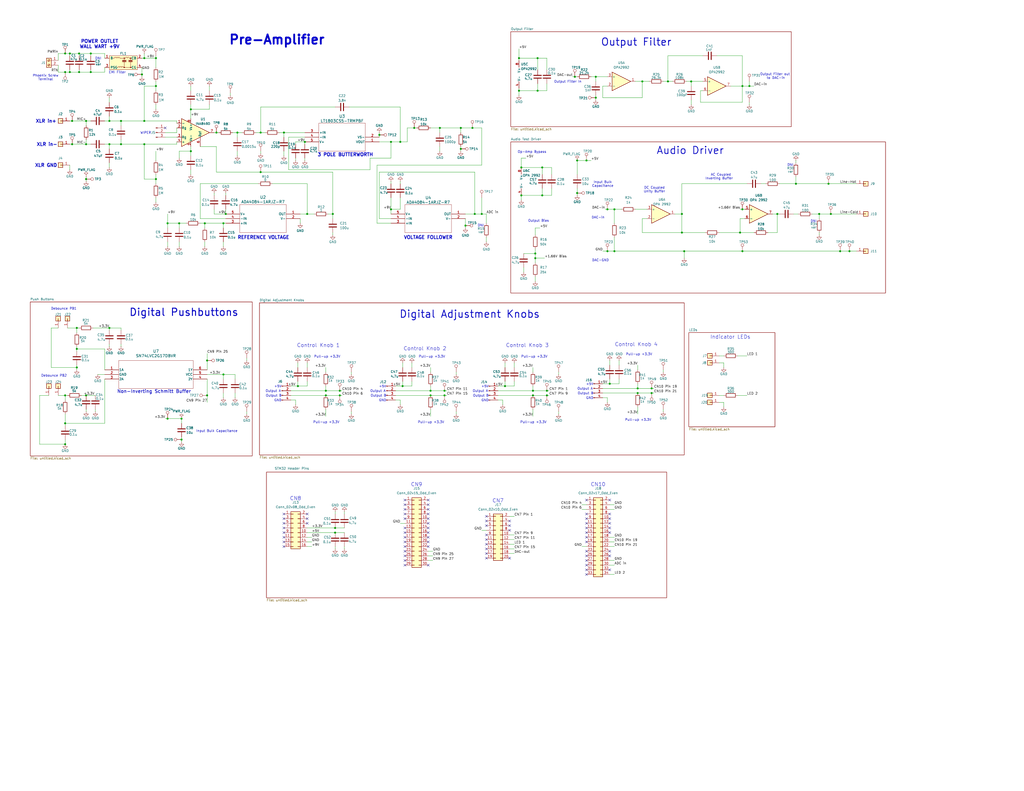
<source format=kicad_sch>
(kicad_sch (version 20231120) (generator "eeschema") (generator_version "8.0")
  (paper "C")
  (title_block (title "Pre-Amplifier Design - Jonathan Ogilvie") (rev "A"))
  (junction (at 46.99 78.74))
  (junction (at 59.69 78.74))
  (junction (at 142.24 93.98))
  (junction (at 66.04 78.74))
  (junction (at 458.47 137.16))
  (junction (at 350.52 44.45))
  (junction (at 298.45 215.9))
  (junction (at 347.98 212.09))
  (junction (at 59.69 179.07))
  (junction (at 283.21 49.53))
  (junction (at 207.01 73.66))
  (junction (at 434.34 100.33))
  (junction (at 121.92 204.47))
  (junction (at 292.1 138.43))
  (junction (at 78.74 66.04))
  (junction (at 43.18 39.37))
  (junction (at 403.86 127))
  (junction (at 38.1 29.21))
  (junction (at 66.04 66.04))
  (junction (at 463.55 137.16))
  (junction (at 111.76 121.92))
  (junction (at 154.94 72.39))
  (junction (at 97.79 121.92))
  (junction (at 314.96 105.41))
  (junction (at 219.71 210.82))
  (junction (at 335.28 137.16))
  (junction (at 234.95 213.36))
  (junction (at 41.91 200.66))
  (junction (at 405.13 137.16))
  (junction (at 314.96 87.63))
  (junction (at 218.44 77.47))
  (junction (at 85.09 46.99))
  (junction (at 355.6 212.09))
  (junction (at 38.1 39.37))
  (junction (at 408.94 46.99))
  (junction (at 251.46 69.85))
  (junction (at 405.13 46.99))
  (junction (at 35.56 242.57))
  (junction (at 275.59 210.82))
  (junction (at 295.91 106.68))
  (junction (at 181.61 116.84))
  (junction (at 166.37 77.47))
  (junction (at 405.13 114.3))
  (junction (at 331.47 114.3))
  (junction (at 335.28 114.3))
  (junction (at 320.04 87.63))
  (junction (at 325.12 41.91))
  (junction (at 46.99 215.9))
  (junction (at 234.95 215.9))
  (junction (at 447.04 116.84))
  (junction (at 113.03 196.85))
  (junction (at 298.45 213.36))
  (junction (at 167.64 116.84))
  (junction (at 242.57 213.36))
  (junction (at 77.47 40.64))
  (junction (at 142.24 72.39))
  (junction (at 43.18 29.21))
  (junction (at 355.6 214.63))
  (junction (at 453.39 116.84))
  (junction (at 182.88 290.83))
  (junction (at 99.06 240.03))
  (junction (at 182.88 288.29))
  (junction (at 129.54 72.39))
  (junction (at 46.99 66.04))
  (junction (at 85.09 97.79))
  (junction (at 99.06 228.6))
  (junction (at 347.98 214.63))
  (junction (at 35.56 39.37))
  (junction (at 121.92 121.92))
  (junction (at 364.49 44.45))
  (junction (at 104.14 82.55))
  (junction (at 118.11 72.39))
  (junction (at 213.36 114.3))
  (junction (at 295.91 91.44))
  (junction (at 259.08 116.84))
  (junction (at 113.03 215.9))
  (junction (at 185.42 213.36))
  (junction (at 452.12 100.33))
  (junction (at 240.03 69.85))
  (junction (at 257.81 69.85))
  (junction (at 251.46 81.28))
  (junction (at 293.37 31.75))
  (junction (at 377.19 44.45))
  (junction (at 78.74 31.75))
  (junction (at 226.06 69.85))
  (junction (at 46.99 97.79))
  (junction (at 91.44 121.92))
  (junction (at 284.48 91.44))
  (junction (at 177.8 215.9))
  (junction (at 78.74 78.74))
  (junction (at 185.42 215.9))
  (junction (at 332.74 209.55))
  (junction (at 254 123.19))
  (junction (at 325.12 53.34))
  (junction (at 35.56 215.9))
  (junction (at 290.83 213.36))
  (junction (at 372.11 127))
  (junction (at 123.19 116.84))
  (junction (at 104.14 59.69))
  (junction (at 59.69 66.04))
  (junction (at 424.18 116.84))
  (junction (at 293.37 49.53))
  (junction (at 49.53 29.21))
  (junction (at 284.48 106.68))
  (junction (at 373.38 137.16))
  (junction (at 91.44 228.6))
  (junction (at 262.89 116.84))
  (junction (at 41.91 190.5))
  (junction (at 35.56 29.21))
  (junction (at 331.47 137.16))
  (junction (at 283.21 31.75))
  (junction (at 292.1 140.97))
  (junction (at 290.83 215.9))
  (junction (at 49.53 39.37))
  (junction (at 39.37 66.04))
  (junction (at 85.09 31.75))
  (junction (at 242.57 215.9))
  (junction (at 39.37 78.74))
  (junction (at 213.36 77.47))
  (junction (at 41.91 179.07))
  (junction (at 35.56 231.14))
  (junction (at 313.69 41.91))
  (junction (at 372.11 116.84))
  (junction (at 162.56 210.82))
  (junction (at 177.8 213.36))
  (no_connect (at 332.74 283.21))
  (no_connect (at 320.04 308.61))
  (no_connect (at 167.64 285.75))
  (no_connect (at 154.94 293.37))
  (no_connect (at 154.94 285.75))
  (no_connect (at 278.13 289.56))
  (no_connect (at 332.74 311.15))
  (no_connect (at 90.17 69.85))
  (no_connect (at 154.94 283.21))
  (no_connect (at 332.74 285.75))
  (no_connect (at 220.98 275.59))
  (no_connect (at 154.94 290.83))
  (no_connect (at 154.94 280.67))
  (no_connect (at 233.68 280.67))
  (no_connect (at 332.74 300.99))
  (no_connect (at 220.98 290.83))
  (no_connect (at 154.94 298.45))
  (no_connect (at 265.43 297.18))
  (no_connect (at 220.98 288.29))
  (no_connect (at 265.43 299.72))
  (no_connect (at 220.98 295.91))
  (no_connect (at 233.68 288.29))
  (no_connect (at 265.43 304.8))
  (no_connect (at 220.98 293.37))
  (no_connect (at 233.68 275.59))
  (no_connect (at 265.43 287.02))
  (no_connect (at 233.68 278.13))
  (no_connect (at 233.68 285.75))
  (no_connect (at 265.43 292.1))
  (no_connect (at 220.98 298.45))
  (no_connect (at 233.68 295.91))
  (no_connect (at 332.74 290.83))
  (no_connect (at 265.43 294.64))
  (no_connect (at 332.74 273.05))
  (no_connect (at 220.98 300.99))
  (no_connect (at 332.74 288.29))
  (no_connect (at 332.74 280.67))
  (no_connect (at 278.13 304.8))
  (no_connect (at 154.94 288.29))
  (no_connect (at 220.98 303.53))
  (no_connect (at 233.68 290.83))
  (no_connect (at 265.43 302.26))
  (no_connect (at 167.64 283.21))
  (no_connect (at 265.43 284.48))
  (no_connect (at 167.64 280.67))
  (no_connect (at 320.04 283.21))
  (no_connect (at 320.04 285.75))
  (no_connect (at 320.04 293.37))
  (no_connect (at 320.04 290.83))
  (no_connect (at 220.98 278.13))
  (no_connect (at 154.94 295.91))
  (no_connect (at 233.68 293.37))
  (no_connect (at 220.98 280.67))
  (no_connect (at 233.68 283.21))
  (no_connect (at 320.04 288.29))
  (no_connect (at 233.68 273.05))
  (no_connect (at 320.04 273.05))
  (no_connect (at 220.98 306.07))
  (no_connect (at 332.74 303.53))
  (no_connect (at 320.04 295.91))
  (no_connect (at 320.04 280.67))
  (no_connect (at 320.04 300.99))
  (no_connect (at 320.04 303.53))
  (no_connect (at 320.04 306.07))
  (no_connect (at 320.04 313.69))
  (no_connect (at 233.68 308.61))
  (no_connect (at 220.98 283.21))
  (no_connect (at 233.68 298.45))
  (no_connect (at 220.98 308.61))
  (no_connect (at 278.13 284.48))
  (no_connect (at 265.43 281.94))
  (no_connect (at 278.13 287.02))
  (no_connect (at 220.98 273.05))
  (no_connect (at 320.04 311.15))
  (wire (pts (xy 177.8 213.36) (xy 185.42 213.36)))
  (wire (pts (xy 66.04 78.74) (xy 66.04 76.2)))
  (wire (pts (xy 447.04 116.84) (xy 447.04 119.38)))
  (wire (pts (xy 322.58 41.91) (xy 325.12 41.91)))
  (wire (pts (xy 434.34 88.9) (xy 434.34 87.63)))
  (wire (pts (xy 215.9 215.9) (xy 234.95 215.9)))
  (wire (pts (xy 27.94 179.07) (xy 27.94 200.66)))
  (wire (pts (xy 166.37 86.36) (xy 166.37 87.63)))
  (wire (pts (xy 85.09 97.79) (xy 78.74 97.79)))
  (wire (pts (xy 90.17 74.93) (xy 96.52 74.93)))
  (wire (pts (xy 254 116.84) (xy 259.08 116.84)))
  (wire (pts (xy 31.75 39.37) (xy 35.56 39.37)))
  (wire (pts (xy 293.37 45.72) (xy 293.37 49.53)))
  (wire (pts (xy 213.36 86.36) (xy 213.36 77.47)))
  (wire (pts (xy 234.95 69.85) (xy 240.03 69.85)))
  (wire (pts (xy 96.52 66.04) (xy 78.74 66.04)))
  (wire (pts (xy 66.04 180.34) (xy 66.04 179.07)))
  (wire (pts (xy 424.18 127) (xy 424.18 116.84)))
  (wire (pts (xy 346.71 114.3) (xy 353.06 114.3)))
  (wire (pts (xy 290.83 213.36) (xy 298.45 213.36)))
  (wire (pts (xy 78.74 46.99) (xy 78.74 66.04)))
  (wire (pts (xy 201.93 92.71) (xy 201.93 86.36)))
  (wire (pts (xy 234.95 213.36) (xy 242.57 213.36)))
  (wire (pts (xy 335.28 295.91) (xy 332.74 295.91)))
  (wire (pts (xy 350.52 127) (xy 372.11 127)))
  (wire (pts (xy 453.39 116.84) (xy 467.36 116.84)))
  (wire (pts (xy 443.23 116.84) (xy 447.04 116.84)))
  (wire (pts (xy 224.79 208.28) (xy 224.79 210.82)))
  (wire (pts (xy 57.15 78.74) (xy 59.69 78.74)))
  (wire (pts (xy 346.71 44.45) (xy 350.52 44.45)))
  (wire (pts (xy 121.92 132.08) (xy 121.92 134.62)))
  (wire (pts (xy 38.1 90.17) (xy 38.1 92.71)))
  (wire (pts (xy 463.55 137.16) (xy 467.36 137.16)))
  (wire (pts (xy 408.94 44.45) (xy 408.94 46.99)))
  (wire (pts (xy 21.59 242.57) (xy 35.56 242.57)))
  (wire (pts (xy 392.43 198.12) (xy 394.97 198.12)))
  (wire (pts (xy 152.4 72.39) (xy 154.94 72.39)))
  (wire (pts (xy 347.98 212.09) (xy 355.6 212.09)))
  (wire (pts (xy 383.54 30.48) (xy 364.49 30.48)))
  (wire (pts (xy 121.92 121.92) (xy 123.19 121.92)))
  (wire (pts (xy 104.14 57.15) (xy 104.14 59.69)))
  (wire (pts (xy 59.69 63.5) (xy 59.69 66.04)))
  (wire (pts (xy 304.8 203.2) (xy 304.8 204.47)))
  (wire (pts (xy 408.94 55.88) (xy 408.94 57.15)))
  (wire (pts (xy 280.67 208.28) (xy 280.67 210.82)))
  (wire (pts (xy 185.42 215.9) (xy 186.69 215.9)))
  (wire (pts (xy 313.69 41.91) (xy 314.96 41.91)))
  (wire (pts (xy 161.29 77.47) (xy 166.37 77.47)))
  (wire (pts (xy 85.09 44.45) (xy 85.09 46.99)))
  (wire (pts (xy 280.67 294.64) (xy 278.13 294.64)))
  (wire (pts (xy 257.81 69.85) (xy 251.46 69.85)))
  (wire (pts (xy 78.74 78.74) (xy 66.04 78.74)))
  (wire (pts (xy 91.44 132.08) (xy 91.44 134.62)))
  (wire (pts (xy 59.69 187.96) (xy 59.69 189.23)))
  (wire (pts (xy 292.1 140.97) (xy 292.1 143.51)))
  (wire (pts (xy 347.98 209.55) (xy 347.98 212.09)))
  (wire (pts (xy 38.1 78.74) (xy 39.37 78.74)))
  (wire (pts (xy 52.07 223.52) (xy 52.07 224.79)))
  (wire (pts (xy 162.56 210.82) (xy 167.64 210.82)))
  (wire (pts (xy 347.98 199.39) (xy 347.98 201.93)))
  (wire (pts (xy 185.42 213.36) (xy 186.69 213.36)))
  (wire (pts (xy 447.04 127) (xy 447.04 128.27)))
  (wire (pts (xy 158.75 213.36) (xy 177.8 213.36)))
  (wire (pts (xy 458.47 137.16) (xy 463.55 137.16)))
  (wire (pts (xy 240.03 80.01) (xy 240.03 82.55)))
  (wire (pts (xy 161.29 218.44) (xy 161.29 220.98)))
  (wire (pts (xy 254 119.38) (xy 254 123.19)))
  (wire (pts (xy 213.36 77.47) (xy 218.44 77.47)))
  (wire (pts (xy 290.83 223.52) (xy 290.83 227.33)))
  (wire (pts (xy 259.08 116.84) (xy 262.89 116.84)))
  (wire (pts (xy 123.19 105.41) (xy 123.19 106.68)))
  (wire (pts (xy 157.48 74.93) (xy 157.48 92.71)))
  (wire (pts (xy 91.44 121.92) (xy 97.79 121.92)))
  (wire (pts (xy 392.43 219.71) (xy 394.97 219.71)))
  (wire (pts (xy 77.47 31.75) (xy 78.74 31.75)))
  (wire (pts (xy 398.78 46.99) (xy 405.13 46.99)))
  (wire (pts (xy 46.99 215.9) (xy 52.07 215.9)))
  (wire (pts (xy 372.11 100.33) (xy 407.67 100.33)))
  (wire (pts (xy 49.53 39.37) (xy 57.15 39.37)))
  (wire (pts (xy 154.94 72.39) (xy 166.37 72.39)))
  (wire (pts (xy 218.44 77.47) (xy 222.25 77.47)))
  (wire (pts (xy 290.83 215.9) (xy 298.45 215.9)))
  (wire (pts (xy 113.03 196.85) (xy 113.03 201.93)))
  (wire (pts (xy 128.27 207.01) (xy 128.27 204.47)))
  (wire (pts (xy 262.89 116.84) (xy 265.43 116.84)))
  (wire (pts (xy 402.59 215.9) (xy 407.67 215.9)))
  (wire (pts (xy 283.21 49.53) (xy 293.37 49.53)))
  (wire (pts (xy 35.56 226.06) (xy 35.56 231.14)))
  (wire (pts (xy 218.44 114.3) (xy 213.36 114.3)))
  (wire (pts (xy 121.92 214.63) (xy 121.92 217.17)))
  (wire (pts (xy 99.06 228.6) (xy 99.06 231.14)))
  (wire (pts (xy 187.96 279.4) (xy 187.96 280.67)))
  (wire (pts (xy 41.91 200.66) (xy 41.91 201.93)))
  (wire (pts (xy 236.22 306.07) (xy 233.68 306.07)))
  (wire (pts (xy 242.57 215.9) (xy 243.84 215.9)))
  (wire (pts (xy 350.52 44.45) (xy 350.52 53.34)))
  (wire (pts (xy 113.03 215.9) (xy 113.03 219.71)))
  (wire (pts (xy 219.71 198.12) (xy 219.71 200.66)))
  (wire (pts (xy 293.37 49.53) (xy 298.45 49.53)))
  (wire (pts (xy 142.24 72.39) (xy 144.78 72.39)))
  (wire (pts (xy 335.28 293.37) (xy 332.74 293.37)))
  (wire (pts (xy 35.56 29.21) (xy 38.1 29.21)))
  (wire (pts (xy 170.18 293.37) (xy 167.64 293.37)))
  (wire (pts (xy 161.29 86.36) (xy 161.29 87.63)))
  (wire (pts (xy 177.8 215.9) (xy 185.42 215.9)))
  (wire (pts (xy 434.34 96.52) (xy 434.34 100.33)))
  (wire (pts (xy 283.21 31.75) (xy 283.21 33.02)))
  (wire (pts (xy 27.94 200.66) (xy 41.91 200.66)))
  (wire (pts (xy 298.45 45.72) (xy 298.45 49.53)))
  (wire (pts (xy 234.95 215.9) (xy 242.57 215.9)))
  (wire (pts (xy 262.89 90.17) (xy 205.74 90.17)))
  (wire (pts (xy 114.3 57.15) (xy 114.3 59.69)))
  (wire (pts (xy 275.59 208.28) (xy 275.59 210.82)))
  (wire (pts (xy 38.1 29.21) (xy 38.1 30.48)))
  (wire (pts (xy 91.44 124.46) (xy 91.44 121.92)))
  (wire (pts (xy 104.14 92.71) (xy 104.14 95.25)))
  (wire (pts (xy 452.12 100.33) (xy 467.36 100.33)))
  (wire (pts (xy 129.54 72.39) (xy 129.54 74.93)))
  (wire (pts (xy 368.3 116.84) (xy 372.11 116.84)))
  (wire (pts (xy 337.82 207.01) (xy 337.82 209.55)))
  (wire (pts (xy 167.64 116.84) (xy 171.45 116.84)))
  (wire (pts (xy 177.8 200.66) (xy 177.8 203.2)))
  (wire (pts (xy 331.47 46.99) (xy 328.93 46.99)))
  (wire (pts (xy 39.37 78.74) (xy 46.99 78.74)))
  (wire (pts (xy 347.98 222.25) (xy 347.98 226.06)))
  (wire (pts (xy 157.48 74.93) (xy 166.37 74.93)))
  (wire (pts (xy 49.53 29.21) (xy 49.53 30.48)))
  (wire (pts (xy 182.88 288.29) (xy 167.64 288.29)))
  (wire (pts (xy 361.95 201.93) (xy 361.95 203.2)))
  (wire (pts (xy 85.09 57.15) (xy 85.09 59.69)))
  (wire (pts (xy 57.15 29.21) (xy 57.15 31.75)))
  (wire (pts (xy 118.11 80.01) (xy 118.11 93.98)))
  (wire (pts (xy 158.75 210.82) (xy 162.56 210.82)))
  (wire (pts (xy 335.28 308.61) (xy 332.74 308.61)))
  (wire (pts (xy 392.43 127) (xy 403.86 127)))
  (wire (pts (xy 96.52 72.39) (xy 96.52 69.85)))
  (wire (pts (xy 41.91 189.23) (xy 41.91 190.5)))
  (wire (pts (xy 240.03 69.85) (xy 251.46 69.85)))
  (wire (pts (xy 129.54 72.39) (xy 132.08 72.39)))
  (wire (pts (xy 46.99 96.52) (xy 46.99 97.79)))
  (wire (pts (xy 57.15 39.37) (xy 57.15 36.83)))
  (wire (pts (xy 383.54 49.53) (xy 382.27 49.53)))
  (wire (pts (xy 347.98 214.63) (xy 355.6 214.63)))
  (wire (pts (xy 85.09 46.99) (xy 85.09 49.53)))
  (wire (pts (xy 170.18 298.45) (xy 167.64 298.45)))
  (wire (pts (xy 283.21 31.75) (xy 293.37 31.75)))
  (wire (pts (xy 425.45 100.33) (xy 434.34 100.33)))
  (wire (pts (xy 187.96 290.83) (xy 182.88 290.83)))
  (wire (pts (xy 325.12 53.34) (xy 325.12 54.61)))
  (wire (pts (xy 219.71 208.28) (xy 219.71 210.82)))
  (wire (pts (xy 283.21 48.26) (xy 283.21 49.53)))
  (wire (pts (xy 97.79 121.92) (xy 97.79 124.46)))
  (wire (pts (xy 167.64 198.12) (xy 167.64 200.66)))
  (wire (pts (xy 300.99 91.44) (xy 295.91 91.44)))
  (wire (pts (xy 41.91 199.39) (xy 41.91 200.66)))
  (wire (pts (xy 335.28 306.07) (xy 332.74 306.07)))
  (wire (pts (xy 109.22 121.92) (xy 111.76 121.92)))
  (wire (pts (xy 222.25 69.85) (xy 226.06 69.85)))
  (wire (pts (xy 312.42 41.91) (xy 313.69 41.91)))
  (wire (pts (xy 113.03 193.04) (xy 113.03 196.85)))
  (wire (pts (xy 59.69 66.04) (xy 66.04 66.04)))
  (wire (pts (xy 355.6 212.09) (xy 356.87 212.09)))
  (wire (pts (xy 325.12 41.91) (xy 331.47 41.91)))
  (wire (pts (xy 405.13 30.48) (xy 405.13 46.99)))
  (wire (pts (xy 166.37 77.47) (xy 166.37 78.74)))
  (wire (pts (xy 207.01 93.98) (xy 259.08 93.98)))
  (wire (pts (xy 129.54 82.55) (xy 129.54 85.09)))
  (wire (pts (xy 125.73 50.8) (xy 125.73 52.07)))
  (wire (pts (xy 382.27 49.53) (xy 382.27 55.88)))
  (wire (pts (xy 142.24 93.98) (xy 181.61 93.98)))
  (wire (pts (xy 99.06 238.76) (xy 99.06 240.03)))
  (wire (pts (xy 220.98 285.75) (xy 218.44 285.75)))
  (wire (pts (xy 113.03 207.01) (xy 113.03 215.9)))
  (wire (pts (xy 96.52 78.74) (xy 78.74 78.74)))
  (wire (pts (xy 91.44 116.84) (xy 91.44 121.92)))
  (wire (pts (xy 251.46 80.01) (xy 251.46 81.28)))
  (wire (pts (xy 403.86 114.3) (xy 405.13 114.3)))
  (wire (pts (xy 314.96 87.63) (xy 314.96 95.25)))
  (wire (pts (xy 314.96 102.87) (xy 314.96 105.41)))
  (wire (pts (xy 104.14 82.55) (xy 104.14 85.09)))
  (wire (pts (xy 283.21 26.67) (xy 283.21 31.75)))
  (wire (pts (xy 262.89 69.85) (xy 262.89 90.17)))
  (wire (pts (xy 226.06 69.85) (xy 227.33 69.85)))
  (wire (pts (xy 85.09 107.95) (xy 85.09 110.49)))
  (wire (pts (xy 116.84 114.3) (xy 116.84 116.84)))
  (wire (pts (xy 59.69 78.74) (xy 59.69 81.28)))
  (wire (pts (xy 177.8 223.52) (xy 177.8 227.33)))
  (wire (pts (xy 142.24 82.55) (xy 142.24 83.82)))
  (wire (pts (xy 46.99 78.74) (xy 49.53 78.74)))
  (wire (pts (xy 304.8 224.79) (xy 304.8 226.06)))
  (wire (pts (xy 331.47 137.16) (xy 335.28 137.16)))
  (wire (pts (xy 53.34 204.47) (xy 57.15 204.47)))
  (wire (pts (xy 121.92 204.47) (xy 121.92 207.01)))
  (wire (pts (xy 320.04 278.13) (xy 317.5 278.13)))
  (wire (pts (xy 134.62 195.58) (xy 134.62 196.85)))
  (wire (pts (xy 177.8 210.82) (xy 177.8 213.36)))
  (wire (pts (xy 182.88 290.83) (xy 167.64 290.83)))
  (wire (pts (xy 213.36 107.95) (xy 213.36 114.3)))
  (wire (pts (xy 31.75 33.02) (xy 31.75 29.21)))
  (wire (pts (xy 35.56 240.03) (xy 35.56 242.57)))
  (wire (pts (xy 284.48 106.68) (xy 295.91 106.68)))
  (wire (pts (xy 77.47 40.64) (xy 77.47 41.91)))
  (wire (pts (xy 213.36 99.06) (xy 213.36 100.33)))
  (wire (pts (xy 207.01 119.38) (xy 207.01 93.98)))
  (wire (pts (xy 85.09 97.79) (xy 85.09 100.33)))
  (wire (pts (xy 280.67 302.26) (xy 278.13 302.26)))
  (wire (pts (xy 335.28 114.3) (xy 339.09 114.3)))
  (wire (pts (xy 447.04 116.84) (xy 453.39 116.84)))
  (wire (pts (xy 328.93 137.16) (xy 331.47 137.16)))
  (wire (pts (xy 167.64 100.33) (xy 167.64 116.84)))
  (wire (pts (xy 190.5 58.42) (xy 218.44 58.42)))
  (wire (pts (xy 332.74 207.01) (xy 332.74 209.55)))
  (wire (pts (xy 59.69 179.07) (xy 59.69 180.34)))
  (wire (pts (xy 207.01 77.47) (xy 213.36 77.47)))
  (wire (pts (xy 275.59 210.82) (xy 280.67 210.82)))
  (wire (pts (xy 285.75 146.05) (xy 285.75 148.59)))
  (wire (pts (xy 78.74 29.21) (xy 78.74 31.75)))
  (wire (pts (xy 377.19 44.45) (xy 377.19 46.99)))
  (wire (pts (xy 403.86 119.38) (xy 403.86 127)))
  (wire (pts (xy 35.56 39.37) (xy 38.1 39.37)))
  (wire (pts (xy 43.18 39.37) (xy 49.53 39.37)))
  (wire (pts (xy 182.88 298.45) (xy 182.88 299.72)))
  (wire (pts (xy 191.77 203.2) (xy 191.77 204.47)))
  (wire (pts (xy 43.18 38.1) (xy 43.18 39.37)))
  (wire (pts (xy 36.83 179.07) (xy 41.91 179.07)))
  (wire (pts (xy 114.3 59.69) (xy 104.14 59.69)))
  (wire (pts (xy 284.48 91.44) (xy 295.91 91.44)))
  (wire (pts (xy 27.94 179.07) (xy 31.75 179.07)))
  (wire (pts (xy 293.37 31.75) (xy 293.37 38.1)))
  (wire (pts (xy 191.77 224.79) (xy 191.77 226.06)))
  (wire (pts (xy 287.02 86.36) (xy 284.48 86.36)))
  (wire (pts (xy 35.56 231.14) (xy 35.56 232.41)))
  (wire (pts (xy 248.92 203.2) (xy 248.92 204.47)))
  (wire (pts (xy 170.18 295.91) (xy 167.64 295.91)))
  (wire (pts (xy 49.53 38.1) (xy 49.53 39.37)))
  (wire (pts (xy 104.14 80.01) (xy 104.14 82.55)))
  (wire (pts (xy 292.1 140.97) (xy 297.18 140.97)))
  (wire (pts (xy 294.64 124.46) (xy 292.1 124.46)))
  (wire (pts (xy 46.99 76.2) (xy 46.99 78.74)))
  (wire (pts (xy 57.15 190.5) (xy 57.15 201.93)))
  (wire (pts (xy 104.14 46.99) (xy 104.14 49.53)))
  (wire (pts (xy 123.19 114.3) (xy 123.19 116.84)))
  (wire (pts (xy 405.13 114.3) (xy 406.4 114.3)))
  (wire (pts (xy 43.18 29.21) (xy 43.18 30.48)))
  (wire (pts (xy 335.28 313.69) (xy 332.74 313.69)))
  (wire (pts (xy 224.79 198.12) (xy 224.79 200.66)))
  (wire (pts (xy 234.95 223.52) (xy 234.95 227.33)))
  (wire (pts (xy 128.27 204.47) (xy 121.92 204.47)))
  (wire (pts (xy 236.22 300.99) (xy 233.68 300.99)))
  (wire (pts (xy 148.59 100.33) (xy 167.64 100.33)))
  (wire (pts (xy 350.52 119.38) (xy 350.52 127)))
  (wire (pts (xy 275.59 198.12) (xy 275.59 200.66)))
  (wire (pts (xy 372.11 116.84) (xy 372.11 127)))
  (wire (pts (xy 300.99 106.68) (xy 295.91 106.68)))
  (wire (pts (xy 280.67 299.72) (xy 278.13 299.72)))
  (wire (pts (xy 290.83 210.82) (xy 290.83 213.36)))
  (wire (pts (xy 41.91 179.07) (xy 41.91 181.61)))
  (wire (pts (xy 331.47 114.3) (xy 335.28 114.3)))
  (wire (pts (xy 85.09 46.99) (xy 78.74 46.99)))
  (wire (pts (xy 254 123.19) (xy 254 124.46)))
  (wire (pts (xy 118.11 93.98) (xy 142.24 93.98)))
  (wire (pts (xy 337.82 196.85) (xy 337.82 199.39)))
  (wire (pts (xy 285.75 138.43) (xy 292.1 138.43)))
  (wire (pts (xy 41.91 190.5) (xy 57.15 190.5)))
  (wire (pts (xy 335.28 129.54) (xy 335.28 137.16)))
  (wire (pts (xy 31.75 35.56) (xy 31.75 39.37)))
  (wire (pts (xy 21.59 215.9) (xy 26.67 215.9)))
  (wire (pts (xy 335.28 275.59) (xy 332.74 275.59)))
  (wire (pts (xy 85.09 95.25) (xy 85.09 97.79)))
  (wire (pts (xy 142.24 58.42) (xy 142.24 72.39)))
  (wire (pts (xy 85.09 30.48) (xy 85.09 31.75)))
  (wire (pts (xy 163.83 116.84) (xy 167.64 116.84)))
  (wire (pts (xy 406.4 119.38) (xy 403.86 119.38)))
  (wire (pts (xy 111.76 132.08) (xy 111.76 134.62)))
  (wire (pts (xy 46.99 68.58) (xy 46.99 66.04)))
  (wire (pts (xy 298.45 215.9) (xy 299.72 215.9)))
  (wire (pts (xy 31.75 215.9) (xy 35.56 215.9)))
  (wire (pts (xy 364.49 44.45) (xy 367.03 44.45)))
  (wire (pts (xy 262.89 107.95) (xy 262.89 116.84)))
  (wire (pts (xy 353.06 119.38) (xy 350.52 119.38)))
  (wire (pts (xy 251.46 81.28) (xy 251.46 82.55)))
  (wire (pts (xy 59.69 53.34) (xy 59.69 55.88)))
  (wire (pts (xy 215.9 210.82) (xy 219.71 210.82)))
  (wire (pts (xy 377.19 54.61) (xy 377.19 57.15)))
  (wire (pts (xy 219.71 210.82) (xy 224.79 210.82)))
  (wire (pts (xy 283.21 49.53) (xy 283.21 52.07)))
  (wire (pts (xy 280.67 297.18) (xy 278.13 297.18)))
  (wire (pts (xy 187.96 298.45) (xy 187.96 299.72)))
  (wire (pts (xy 265.43 116.84) (xy 265.43 121.92)))
  (wire (pts (xy 300.99 91.44) (xy 300.99 95.25)))
  (wire (pts (xy 21.59 215.9) (xy 21.59 242.57)))
  (wire (pts (xy 298.45 38.1) (xy 298.45 31.75)))
  (wire (pts (xy 328.93 212.09) (xy 347.98 212.09)))
  (wire (pts (xy 66.04 179.07) (xy 59.69 179.07)))
  (wire (pts (xy 44.45 215.9) (xy 46.99 215.9)))
  (wire (pts (xy 85.09 36.83) (xy 85.09 31.75)))
  (wire (pts (xy 41.91 190.5) (xy 41.91 191.77)))
  (wire (pts (xy 139.7 72.39) (xy 142.24 72.39)))
  (wire (pts (xy 265.43 129.54) (xy 265.43 132.08)))
  (wire (pts (xy 394.97 198.12) (xy 394.97 200.66)))
  (wire (pts (xy 274.32 218.44) (xy 274.32 220.98)))
  (wire (pts (xy 35.56 215.9) (xy 36.83 215.9)))
  (wire (pts (xy 96.52 67.31) (xy 96.52 66.04)))
  (wire (pts (xy 109.22 80.01) (xy 118.11 80.01)))
  (wire (pts (xy 382.27 55.88) (xy 405.13 55.88)))
  (wire (pts (xy 205.74 121.92) (xy 213.36 121.92)))
  (wire (pts (xy 325.12 41.91) (xy 325.12 44.45)))
  (wire (pts (xy 116.84 105.41) (xy 116.84 106.68)))
  (wire (pts (xy 248.92 224.79) (xy 248.92 226.06)))
  (wire (pts (xy 201.93 86.36) (xy 213.36 86.36)))
  (wire (pts (xy 284.48 86.36) (xy 284.48 91.44)))
  (wire (pts (xy 350.52 44.45) (xy 354.33 44.45)))
  (wire (pts (xy 182.88 58.42) (xy 142.24 58.42)))
  (wire (pts (xy 335.28 114.3) (xy 335.28 121.92)))
  (wire (pts (xy 374.65 44.45) (xy 377.19 44.45)))
  (wire (pts (xy 57.15 207.01) (xy 57.15 231.14)))
  (wire (pts (xy 392.43 194.31) (xy 394.97 194.31)))
  (wire (pts (xy 154.94 72.39) (xy 154.94 74.93)))
  (wire (pts (xy 97.79 132.08) (xy 97.79 134.62)))
  (wire (pts (xy 91.44 228.6) (xy 99.06 228.6)))
  (wire (pts (xy 295.91 102.87) (xy 295.91 106.68)))
  (wire (pts (xy 280.67 292.1) (xy 278.13 292.1)))
  (wire (pts (xy 403.86 127) (xy 411.48 127)))
  (wire (pts (xy 38.1 39.37) (xy 43.18 39.37)))
  (wire (pts (xy 280.67 281.94) (xy 278.13 281.94)))
  (wire (pts (xy 421.64 116.84) (xy 424.18 116.84)))
  (wire (pts (xy 405.13 46.99) (xy 405.13 55.88)))
  (wire (pts (xy 394.97 219.71) (xy 394.97 222.25)))
  (wire (pts (xy 111.76 121.92) (xy 121.92 121.92)))
  (wire (pts (xy 284.48 106.68) (xy 284.48 109.22)))
  (wire (pts (xy 49.53 29.21) (xy 57.15 29.21)))
  (wire (pts (xy 433.07 116.84) (xy 435.61 116.84)))
  (wire (pts (xy 90.17 228.6) (xy 91.44 228.6)))
  (wire (pts (xy 293.37 31.75) (xy 298.45 31.75)))
  (wire (pts (xy 187.96 288.29) (xy 182.88 288.29)))
  (wire (pts (xy 66.04 187.96) (xy 66.04 189.23)))
  (wire (pts (xy 361.95 223.52) (xy 361.95 224.79)))
  (wire (pts (xy 271.78 210.82) (xy 275.59 210.82)))
  (wire (pts (xy 292.1 124.46) (xy 292.1 128.27)))
  (wire (pts (xy 372.11 116.84) (xy 372.11 100.33)))
  (wire (pts (xy 234.95 210.82) (xy 234.95 213.36)))
  (wire (pts (xy 405.13 46.99) (xy 408.94 46.99)))
  (wire (pts (xy 78.74 97.79) (xy 78.74 78.74)))
  (wire (pts (xy 181.61 127) (xy 181.61 128.27)))
  (wire (pts (xy 330.2 114.3) (xy 331.47 114.3)))
  (wire (pts (xy 262.89 69.85) (xy 257.81 69.85)))
  (wire (pts (xy 163.83 119.38) (xy 163.83 121.92)))
  (wire (pts (xy 335.28 278.13) (xy 332.74 278.13)))
  (wire (pts (xy 181.61 93.98) (xy 181.61 116.84)))
  (wire (pts (xy 292.1 135.89) (xy 292.1 138.43)))
  (wire (pts (xy 162.56 208.28) (xy 162.56 210.82)))
  (wire (pts (xy 295.91 91.44) (xy 295.91 95.25)))
  (wire (pts (xy 218.44 218.44) (xy 218.44 220.98)))
  (wire (pts (xy 162.56 198.12) (xy 162.56 200.66)))
  (wire (pts (xy 328.93 46.99) (xy 328.93 53.34)))
  (wire (pts (xy 96.52 77.47) (xy 96.52 78.74)))
  (wire (pts (xy 161.29 77.47) (xy 161.29 78.74)))
  (wire (pts (xy 218.44 99.06) (xy 218.44 100.33)))
  (wire (pts (xy 118.11 72.39) (xy 119.38 72.39)))
  (wire (pts (xy 97.79 82.55) (xy 104.14 82.55)))
  (wire (pts (xy 207.01 72.39) (xy 207.01 73.66)))
  (wire (pts (xy 43.18 29.21) (xy 49.53 29.21)))
  (wire (pts (xy 59.69 78.74) (xy 66.04 78.74)))
  (wire (pts (xy 181.61 116.84) (xy 181.61 119.38)))
  (wire (pts (xy 419.1 127) (xy 424.18 127)))
  (wire (pts (xy 335.28 137.16) (xy 373.38 137.16)))
  (wire (pts (xy 109.22 100.33) (xy 140.97 100.33)))
  (wire (pts (xy 377.19 44.45) (xy 383.54 44.45)))
  (wire (pts (xy 116.84 72.39) (xy 118.11 72.39)))
  (wire (pts (xy 158.75 215.9) (xy 177.8 215.9)))
  (wire (pts (xy 46.99 97.79) (xy 46.99 99.06)))
  (wire (pts (xy 405.13 137.16) (xy 458.47 137.16)))
  (wire (pts (xy 331.47 217.17) (xy 331.47 219.71)))
  (wire (pts (xy 59.69 88.9) (xy 59.69 91.44)))
  (wire (pts (xy 99.06 240.03) (xy 99.06 241.3)))
  (wire (pts (xy 242.57 213.36) (xy 243.84 213.36)))
  (wire (pts (xy 222.25 77.47) (xy 222.25 69.85)))
  (wire (pts (xy 215.9 218.44) (xy 218.44 218.44)))
  (wire (pts (xy 328.93 217.17) (xy 331.47 217.17)))
  (wire (pts (xy 335.28 298.45) (xy 332.74 298.45)))
  (wire (pts (xy 154.94 82.55) (xy 154.94 85.09)))
  (wire (pts (xy 111.76 121.92) (xy 111.76 124.46)))
  (wire (pts (xy 38.1 29.21) (xy 43.18 29.21)))
  (wire (pts (xy 35.56 215.9) (xy 35.56 218.44)))
  (wire (pts (xy 265.43 289.56) (xy 262.89 289.56)))
  (wire (pts (xy 90.17 72.39) (xy 96.52 72.39)))
  (wire (pts (xy 320.04 87.63) (xy 322.58 87.63)))
  (wire (pts (xy 271.78 215.9) (xy 290.83 215.9)))
  (wire (pts (xy 290.83 200.66) (xy 290.83 203.2)))
  (wire (pts (xy 207.01 73.66) (xy 207.01 74.93)))
  (wire (pts (xy 205.74 90.17) (xy 205.74 121.92)))
  (wire (pts (xy 372.11 127) (xy 384.81 127)))
  (wire (pts (xy 78.74 31.75) (xy 85.09 31.75)))
  (wire (pts (xy 373.38 137.16) (xy 373.38 140.97)))
  (wire (pts (xy 134.62 224.79) (xy 134.62 226.06)))
  (wire (pts (xy 218.44 58.42) (xy 218.44 77.47)))
  (wire (pts (xy 182.88 279.4) (xy 182.88 280.67)))
  (wire (pts (xy 77.47 36.83) (xy 77.47 40.64)))
  (wire (pts (xy 116.84 116.84) (xy 123.19 116.84)))
  (wire (pts (xy 415.29 100.33) (xy 417.83 100.33)))
  (wire (pts (xy 424.18 116.84) (xy 425.45 116.84)))
  (wire (pts (xy 373.38 137.16) (xy 405.13 137.16)))
  (wire (pts (xy 236.22 303.53) (xy 233.68 303.53)))
  (wire (pts (xy 66.04 66.04) (xy 66.04 68.58)))
  (wire (pts (xy 78.74 66.04) (xy 66.04 66.04)))
  (wire (pts (xy 109.22 119.38) (xy 123.19 119.38)))
  (wire (pts (xy 158.75 218.44) (xy 161.29 218.44)))
  (wire (pts (xy 298.45 213.36) (xy 299.72 213.36)))
  (wire (pts (xy 364.49 30.48) (xy 364.49 44.45)))
  (wire (pts (xy 35.56 231.14) (xy 57.15 231.14)))
  (wire (pts (xy 391.16 30.48) (xy 405.13 30.48)))
  (wire (pts (xy 38.1 66.04) (xy 39.37 66.04)))
  (wire (pts (xy 85.09 82.55) (xy 85.09 87.63)))
  (wire (pts (xy 127 72.39) (xy 129.54 72.39)))
  (wire (pts (xy 109.22 100.33) (xy 109.22 119.38)))
  (wire (pts (xy 50.8 179.07) (xy 59.69 179.07)))
  (wire (pts (xy 38.1 38.1) (xy 38.1 39.37)))
  (wire (pts (xy 113.03 204.47) (xy 121.92 204.47)))
  (wire (pts (xy 167.64 210.82) (xy 167.64 208.28)))
  (wire (pts (xy 434.34 100.33) (xy 452.12 100.33)))
  (wire (pts (xy 300.99 102.87) (xy 300.99 106.68)))
  (wire (pts (xy 218.44 107.95) (xy 218.44 114.3)))
  (wire (pts (xy 332.74 196.85) (xy 332.74 199.39)))
  (wire (pts (xy 104.14 59.69) (xy 104.14 64.77)))
  (wire (pts (xy 213.36 119.38) (xy 207.01 119.38)))
  (wire (pts (xy 46.99 223.52) (xy 46.99 224.79)))
  (wire (pts (xy 251.46 69.85) (xy 251.46 72.39)))
  (wire (pts (xy 314.96 87.63) (xy 320.04 87.63)))
  (wire (pts (xy 361.95 44.45) (xy 364.49 44.45)))
  (wire (pts (xy 97.79 86.36) (xy 97.79 82.55)))
  (wire (pts (xy 320.04 275.59) (xy 317.5 275.59)))
  (wire (pts (xy 408.94 46.99) (xy 411.48 46.99)))
  (wire (pts (xy 320.04 298.45) (xy 317.5 298.45)))
  (wire (pts (xy 114.3 46.99) (xy 114.3 49.53)))
  (wire (pts (xy 215.9 213.36) (xy 234.95 213.36)))
  (wire (pts (xy 57.15 66.04) (xy 59.69 66.04)))
  (wire (pts (xy 179.07 116.84) (xy 181.61 116.84)))
  (wire (pts (xy 46.99 66.04) (xy 49.53 66.04)))
  (wire (pts (xy 325.12 52.07) (xy 325.12 53.34)))
  (wire (pts (xy 128.27 214.63) (xy 128.27 217.17)))
  (wire (pts (xy 271.78 213.36) (xy 290.83 213.36)))
  (wire (pts (xy 259.08 93.98) (xy 259.08 116.84)))
  (wire (pts (xy 355.6 214.63) (xy 356.87 214.63)))
  (wire (pts (xy 328.93 53.34) (xy 350.52 53.34)))
  (wire (pts (xy 39.37 66.04) (xy 46.99 66.04)))
  (wire (pts (xy 97.79 121.92) (xy 101.6 121.92)))
  (wire (pts (xy 31.75 29.21) (xy 35.56 29.21)))
  (wire (pts (xy 314.96 105.41) (xy 314.96 106.68)))
  (wire (pts (xy 402.59 194.31) (xy 407.67 194.31)))
  (wire (pts (xy 240.03 69.85) (xy 240.03 72.39)))
  (wire (pts (xy 332.74 209.55) (xy 337.82 209.55)))
  (wire (pts (xy 121.92 121.92) (xy 121.92 124.46)))
  (wire (pts (xy 392.43 215.9) (xy 394.97 215.9)))
  (wire (pts (xy 292.1 138.43) (xy 292.1 140.97)))
  (wire (pts (xy 41.91 179.07) (xy 43.18 179.07)))
  (wire (pts (xy 271.78 218.44) (xy 274.32 218.44)))
  (wire (pts (xy 234.95 200.66) (xy 234.95 203.2)))
  (wire (pts (xy 213.36 114.3) (xy 213.36 116.84)))
  (wire (pts (xy 328.93 209.55) (xy 332.74 209.55)))
  (wire (pts (xy 280.67 198.12) (xy 280.67 200.66)))
  (wire (pts (xy 292.1 151.13) (xy 292.1 153.67)))
  (wire (pts (xy 328.93 214.63) (xy 347.98 214.63)))
  (wire (pts (xy 157.48 92.71) (xy 201.93 92.71)))
  (text "Output A" (at 319.278 212.344 0) (effects (font (size 1.27 1.27))))
  (text "Pull-up +3.3V" (at 291.084 230.632 0) (effects (font (size 1.27 1.27))))
  (text "Output A" (at 149.098 213.614 0) (effects (font (size 1.27 1.27))))
  (text "EMI Filter" (at 64.008 39.624 0) (effects (font (size 1.27 1.27))))
  (text "DNI" (at 53.594 32.004 0) (effects (font (size 1.27 1.27))))
  (text "CN8" (at 161.29 272.288 0) (effects (font (size 2 2))))
  (text "DAC-in" (at 326.39 118.872 0) (effects (font (size 1.27 1.27))))
  (text "CN9" (at 227.33 264.668 0) (effects (font (size 2 2))))
  (text "Non-Inverting Schmitt Buffer" (at 84.074 213.868 0) (effects (font (size 1.8 1.8) (thickness 0.254) (bold yes))))
  (text "+5V" (at 264.668 211.074 0) (effects (font (size 1.27 1.27))))
  (text "XLR in+" (at 25.146 66.294 0) (effects (font (size 1.8 1.8) (thickness 0.36) (bold yes))))
  (text "Debounce PB1" (at 34.798 168.656 0) (effects (font (size 1.27 1.27))))
  (text "XLR in-" (at 25.654 78.994 0) (effects (font (size 1.8 1.8) (thickness 0.36) (bold yes))))
  (text "DNI" (at 431.292 90.17 0) (effects (font (size 1.27 1.27))))
  (text "Output B" (at 262.382 216.154 0) (effects (font (size 1.27 1.27))))
  (text "CN10" (at 326.39 264.668 0) (effects (font (size 2 2))))
  (text "DAC-GND" (at 327.66 142.24 0) (effects (font (size 1.27 1.27))))
  (text "Pull-up +3.3V" (at 348.234 229.362 0) (effects (font (size 1.27 1.27))))
  (text "WIPER" (at 79.502 72.644 0) (effects (font (size 1.27 1.27))))
  (text "GND" (at 151.638 218.694 0) (effects (font (size 1.27 1.27))))
  (text "Pull-up +3.3V" (at 178.562 194.818 0) (effects (font (size 1.27 1.27))))
  (text "Input Bulk\nCapacitance" (at 328.93 100.584 0) (effects (font (size 1.27 1.27))))
  (text "Digital Pushbuttons" (at 100.33 170.688 0) (effects (font (size 4 4) (thickness 0.5))))
  (text "REFERENCE VOLTAGE" (at 143.764 129.794 0) (effects (font (size 1.8 1.8) (thickness 0.36) (bold yes))))
  (text "Control Knob 4" (at 347.218 188.214 0) (effects (font (size 2 2))))
  (text "Output Bias" (at 293.878 120.65 0) (effects (font (size 1.27 1.27))))
  (text "GND" (at 264.668 218.694 0) (effects (font (size 1.27 1.27))))
  (text "   AC Coupled \nInverting Buffer" (at 392.43 96.52 0) (effects (font (size 1.27 1.27))))
  (text "POWER OUTLET\nWALL WART +9V" (at 54.356 24.13 0) (effects (font (size 1.8 1.8) (thickness 0.36) (bold yes))))
  (text "+5V" (at 151.638 211.074 0) (effects (font (size 1.27 1.27))))
  (text "+5V" (at 321.818 209.804 0) (effects (font (size 1.27 1.27))))
  (text "DNI" (at 443.992 120.904 0) (effects (font (size 1.27 1.27))))
  (text "Output B" (at 206.502 216.154 0) (effects (font (size 1.27 1.27))))
  (text "DNI" (at 262.382 123.19 0) (effects (font (size 1.27 1.27))))
  (text "Digital Adjustment Knobs" (at 256.286 171.704 0) (effects (font (size 4 4) (thickness 0.444) (bold yes))))
  (text "GND" (at 321.818 217.424 0) (effects (font (size 1.27 1.27))))
  (text "Audio Driver" (at 376.682 82.296 0) (effects (font (size 4 4) (thickness 0.4) (bold yes))))
  (text "Output A" (at 206.248 213.614 0) (effects (font (size 1.27 1.27))))
  (text "Output Filter In" (at 309.88 44.704 0) (effects (font (size 1.27 1.27))))
  (text "Input Bulk Capacitance" (at 118.364 235.458 0) (effects (font (size 1.27 1.27))))
  (text "Output A" (at 262.128 213.614 0) (effects (font (size 1.27 1.27))))
  (text "CN7" (at 271.78 273.558 0) (effects (font (size 2 2))))
  (text "Pull-up +3.3V" (at 348.742 193.548 0) (effects (font (size 1.27 1.27))))
  (text "DC Coupled\nUnity Buffer" (at 357.124 103.632 0) (effects (font (size 1.27 1.27))))
  (text "3 POLE BUTTERWORTH" (at 188.468 84.582 0) (effects (font (size 1.8 1.8) (thickness 0.36) (bold yes))))
  (text "Output Filter" (at 347.218 23.114 0) (effects (font (size 4 4) (thickness 0.444) (bold yes))))
  (text "Op-Amp Bypass" (at 290.322 83.058 0) (effects (font (size 1.27 1.27))))
  (text "Debounce PB2" (at 29.464 205.232 0) (effects (font (size 1.27 1.27))))
  (text "Pull-up +3.3V" (at 235.712 194.818 0) (effects (font (size 1.27 1.27))))
  (text "+5V" (at 208.788 211.074 0) (effects (font (size 1.27 1.27))))
  (text "GND" (at 208.788 218.694 0) (effects (font (size 1.27 1.27))))
  (text "Pull-up +3.3V" (at 178.054 230.632 0) (effects (font (size 1.27 1.27))))
  (text "Output Filter out\n to DAC-in" (at 422.91 41.656 0) (effects (font (size 1.27 1.27))))
  (text "Output B" (at 319.532 214.884 0) (effects (font (size 1.27 1.27))))
  (text "Control Knob 2" (at 231.902 190.5 0) (effects (font (size 2 2))))
  (text "Output B" (at 149.352 216.154 0) (effects (font (size 1.27 1.27))))
  (text "Pull-up +3.3V" (at 235.204 230.632 0) (effects (font (size 1.27 1.27))))
  (text "XLR GND" (at 25.146 90.424 0) (effects (font (size 1.8 1.8) (thickness 0.36) (bold yes))))
  (text "Phoenix Screw\nTerminal" (at 24.892 42.418 0) (effects (font (size 1.27 1.27))))
  (text "Pull-up +3.3V" (at 291.592 194.818 0) (effects (font (size 1.27 1.27))))
  (text "Pre-Amplifier" (at 151.13 21.844 0) (effects (font (size 5 5) (thickness 1) (bold yes))))
  (text "Control Knob 1" (at 173.736 188.722 0) (effects (font (size 2 2))))
  (text "VOLTAGE FOLLOWER" (at 233.68 129.794 0) (effects (font (size 1.8 1.8) (thickness 0.36) (bold yes))))
  (text "Indicator LEDs" (at 398.526 184.15 0) (effects (font (size 2 2))))
  (text "Control Knob 3" (at 287.782 188.722 0) (effects (font (size 2 2))))
  (label "+5V" (at 294.64 124.46 0))
  (label "CN7 Pin 15" (at 280.67 299.72 0))
  (label "+1.66V Bias" (at 297.18 140.97 0))
  (label "CN9 Pin 27" (at 113.03 219.71 180))
  (label "+5V" (at 218.44 210.82 180))
  (label "LED 1" (at 407.67 194.31 0))
  (label "+3.3V" (at 45.72 215.9 0))
  (label "CN10 Pin 4" (at 317.5 275.59 180))
  (label "+3.3V" (at 347.98 199.39 180))
  (label "CN10 Pin 21" (at 356.87 214.63 0))
  (label "LED 1" (at 280.67 297.18 0))
  (label "+3.3V" (at 90.17 228.6 180))
  (label "GND" (at 335.28 278.13 0))
  (label "PWRin" (at 31.75 29.21 180))
  (label "GND" (at 317.5 298.45 180))
  (label "+9V" (at 91.44 116.84 0))
  (label "+3.3V" (at 234.95 200.66 180))
  (label "Line-Hot" (at 458.47 100.33 0))
  (label "+9V" (at 170.18 298.45 0))
  (label "+3.3V" (at 290.83 200.66 180))
  (label "GND" (at 170.18 293.37 0))
  (label "ADC in" (at 335.28 308.61 0))
  (label "+5V" (at 170.18 290.83 0))
  (label "CN9 Pin 27" (at 236.22 306.07 0))
  (label "DAC-in" (at 330.2 114.3 180))
  (label "+5V" (at 331.47 209.55 180))
  (label "CN7 Pin 9" (at 280.67 292.1 0))
  (label "CN7 Pin 11" (at 243.84 213.36 0))
  (label "+5V" (at 322.58 87.63 0))
  (label "CN9 Pin 25" (at 236.22 303.53 0))
  (label "GND" (at 236.22 300.99 0))
  (label "LED 2" (at 335.28 313.69 0))
  (label "LED 2" (at 407.67 215.9 0))
  (label "CN7 Pin 11" (at 280.67 294.64 0))
  (label "CN10 Pin 4" (at 186.69 213.36 0))
  (label "CN10 Pin 21" (at 335.28 298.45 0))
  (label "+3.3V" (at 59.69 179.07 180))
  (label "+3.3V" (at 290.83 227.33 180))
  (label "CN7 Pin 9" (at 299.72 215.9 0))
  (label "RTN" (at 31.75 39.37 180))
  (label "CN10 Pin 19" (at 356.87 212.09 0))
  (label "CN9 Pin 25" (at 113.03 193.04 0))
  (label "+9V" (at 213.36 114.3 180))
  (label "Line-Cold" (at 458.47 116.84 0))
  (label "CN7 Pin 1" (at 280.67 281.94 0))
  (label "ADC in" (at 265.43 116.84 0))
  (label "+3.3V" (at 177.8 227.33 180))
  (label "+5V" (at 274.32 210.82 180))
  (label "+5V" (at 161.29 210.82 180))
  (label "+1.66V Bias" (at 403.86 114.3 180))
  (label "+5V" (at 287.02 86.36 0))
  (label "CN7 Pin 1" (at 299.72 213.36 0))
  (label "+9V" (at 123.19 116.84 180))
  (label "+3.3V" (at 170.18 288.29 0))
  (label "GND" (at 335.28 293.37 0))
  (label "MIC+" (at 46.99 66.04 180))
  (label "CN7 Pin 15" (at 243.84 215.9 0))
  (label "DAC-out" (at 312.42 41.91 180))
  (label "+5V" (at 283.21 26.67 0))
  (label "+9V" (at 80.01 31.75 0))
  (label "GND" (at 170.18 295.91 0))
  (label "MIC-" (at 46.99 78.74 180))
  (label "CN10 Pin 6" (at 317.5 278.13 180))
  (label "CN10 Pin 6" (at 186.69 215.9 0))
  (label "+9V" (at 104.14 63.5 0))
  (label "DAC-in" (at 411.48 46.99 0))
  (label "CN10 Pin 19" (at 335.28 295.91 0))
  (label "+3.3V" (at 114.3 204.47 0))
  (label "GND" (at 77.47 38.1 0))
  (label "+3.3V" (at 347.98 226.06 180))
  (label "+3.3V" (at 177.8 200.66 180))
  (label "GND" (at 335.28 275.59 0))
  (label "DAC-out" (at 280.67 302.26 0))
  (label "GND" (at 218.44 285.75 180))
  (label "+9V" (at 166.37 77.47 180))
  (label "+9V" (at 85.09 82.55 0))
  (label "GND" (at 328.93 137.16 180))
  (label "GND" (at 262.89 289.56 180))
  (label "+3.3V" (at 234.95 227.33 180))
  (label "GND" (at 335.28 306.07 0))
  (symbol (lib_id "Connector:TestPoint") (at 298.45 215.9 180) (unit 1)
    (property "Reference" "TP46" (at 300.736 220.98 0) (effects (justify left)))
    (property "Value" "TestPoint" (effects (hide yes)))
    (property "Footprint" "TestPoint:TestPoint_Keystone_5005-5009_Compact" (effects (hide yes)))
    (property "Description" "test point" (effects (hide yes)))
  )
  (symbol (lib_id "Device:C") (at 325.12 48.26 180) (unit 1)
    (property "Reference" "C36" (at 322.58 47.244 0) (effects (justify left)))
    (property "Value" "1nF" (at 322.834 49.276 0) (effects (justify left)))
    (property "Footprint" "Capacitor_SMD:C_0603_1608Metric_Pad1.08x0.95mm_HandSolder" (effects (hide yes)))
    (property "Description" "Unpolarized capacitor" (effects (hide yes)))
  )
  (symbol (lib_id "Connector:TestPoint") (at 113.03 196.85 270) (unit 1)
    (property "Reference" "TP26" (at 117.602 196.85 90) (effects (justify left)))
    (property "Value" "TestPoint" (effects (hide yes)))
    (property "Footprint" "TestPoint:TestPoint_Keystone_5005-5009_Compact" (effects (hide yes)))
    (property "Description" "test point" (effects (hide yes)))
  )
  (symbol (lib_id "power:GND") (at 361.95 203.2 0) (unit 1)
    (property "Reference" "#PWR080" (effects (hide yes)))
    (property "Value" "GND" (at 361.95 206.756 0))
    (property "Description" "Power symbol creates a global label with name \"GND\" , ground" (effects (hide yes)))
  )
  (symbol (lib_id "Connector:TestPoint") (at 361.95 201.93 0) (unit 1)
    (property "Reference" "TP51" (at 359.664 196.85 0) (effects (justify left)))
    (property "Value" "TestPoint" (effects (hide yes)))
    (property "Footprint" "TestPoint:TestPoint_Keystone_5005-5009_Compact" (effects (hide yes)))
    (property "Description" "test point" (effects (hide yes)))
  )
  (symbol (lib_id "Device:C") (at 387.35 30.48 270) (unit 1)
    (property "Reference" "C41" (at 385.318 25.146 90) (effects (justify left)))
    (property "Value" "1nF" (at 385.064 27.178 90) (effects (justify left)))
    (property "Footprint" "Capacitor_SMD:C_0603_1608Metric_Pad1.08x0.95mm_HandSolder" (effects (hide yes)))
    (property "Description" "Unpolarized capacitor" (effects (hide yes)))
  )
  (symbol (lib_id "power:GND") (at 104.14 95.25 0) (unit 1)
    (property "Reference" "#PWR012" (effects (hide yes)))
    (property "Value" "GND" (at 104.14 98.806 0))
    (property "Description" "Power symbol creates a global label with name \"GND\" , ground" (effects (hide yes)))
  )
  (symbol (lib_id "Device:R") (at 342.9 114.3 90) (unit 1)
    (property "Reference" "R24" (at 342.9 107.95 90))
    (property "Value" "1k" (at 342.9 110.49 90))
    (property "Footprint" "Resistor_SMD:R_0603_1608Metric_Pad0.98x0.95mm_HandSolder" (effects (hide yes)))
    (property "Description" "Resistor" (effects (hide yes)))
  )
  (symbol (lib_id "Device:R") (at 318.77 41.91 270) (unit 1)
    (property "Reference" "R22" (at 318.77 38.1 90))
    (property "Value" "21.2k" (at 318.77 39.878 90))
    (property "Footprint" "Resistor_SMD:R_0603_1608Metric_Pad0.98x0.95mm_HandSolder" (effects (hide yes)))
    (property "Description" "Resistor" (effects (hide yes)))
  )
  (symbol (lib_id "power:GND") (at 248.92 226.06 0) (unit 1)
    (property "Reference" "#PWR071" (effects (hide yes)))
    (property "Value" "GND" (at 248.92 229.616 0))
    (property "Description" "Power symbol creates a global label with name \"GND\" , ground" (effects (hide yes)))
  )
  (symbol (lib_id "power:PWR_FLAG") (at 46.99 96.52 0) (unit 1)
    (property "Reference" "#FLG01" (effects (hide yes)))
    (property "Value" "PWR_FLAG" (at 47.244 92.71 0))
    (property "Description" "Special symbol for telling ERC where power comes from" (effects (hide yes)))
  )
  (symbol (lib_id "power:GND") (at 187.96 299.72 0) (mirror y) (unit 1)
    (property "Reference" "#PWR067" (effects (hide yes)))
    (property "Value" "GND" (at 187.96 303.276 0))
    (property "Description" "Power symbol creates a global label with name \"GND\" , ground" (effects (hide yes)))
  )
  (symbol (lib_id "Connector_Generic:Conn_01x01") (at 36.83 173.99 90) (unit 1)
    (property "Reference" "J22" (at 36.83 171.704 90))
    (property "Value" "Conn_01x01" (effects (hide yes)))
    (property "Footprint" "TestPoint:TestPoint_THTPad_1.0x1.0mm_Drill0.5mm" (effects (hide yes)))
    (property "Description" "Generic connector, single row, 01x01, script generated (kicad-library-utils/schlib/autogen/connector/)" (effects (hide yes)))
  )
  (symbol (lib_id "Connector:TestPoint") (at 257.81 69.85 0) (unit 1)
    (property "Reference" "TP16" (at 259.08 66.548 0) (effects (justify left)))
    (property "Value" "TestPoint" (effects (hide yes)))
    (property "Footprint" "TestPoint:TestPoint_Keystone_5005-5009_Compact" (effects (hide yes)))
    (property "Description" "test point" (effects (hide yes)))
  )
  (symbol (lib_id "Connector:TestPoint") (at 458.47 137.16 0) (unit 1)
    (property "Reference" "TP39" (at 456.184 132.08 0) (effects (justify left)))
    (property "Value" "TestPoint" (effects (hide yes)))
    (property "Footprint" "TestPoint:TestPoint_Keystone_5005-5009_Compact" (effects (hide yes)))
    (property "Description" "test point" (effects (hide yes)))
  )
  (symbol (lib_id "power:GND") (at 332.74 196.85 180) (unit 1)
    (property "Reference" "#PWR078" (effects (hide yes)))
    (property "Value" "GND" (at 332.74 193.294 0))
    (property "Description" "Power symbol creates a global label with name \"GND\" , ground" (effects (hide yes)))
  )
  (symbol (lib_id "Connector_Generic:Conn_01x01") (at 472.44 116.84 0) (unit 1)
    (property "Reference" "J10" (at 474.98 116.8399 0) (effects (justify left)))
    (property "Value" "Conn_01x01" (effects (hide yes)))
    (property "Footprint" "TestPoint:TestPoint_THTPad_1.5x1.5mm_Drill0.7mm" (effects (hide yes)))
    (property "Description" "Generic connector, single row, 01x01, script generated (kicad-library-utils/schlib/autogen/connector/)" (effects (hide yes)))
  )
  (symbol (lib_id "power:GND") (at 377.19 57.15 0) (unit 1)
    (property "Reference" "#PWR048" (effects (hide yes)))
    (property "Value" "GND" (at 377.19 60.706 0))
    (property "Description" "Power symbol creates a global label with name \"GND\" , ground" (effects (hide yes)))
  )
  (symbol (lib_id "Device:C") (at 161.29 82.55 180) (unit 1)
    (property "Reference" "C19" (at 161.036 78.74 0) (effects (justify left)))
    (property "Value" "0.1u" (at 161.544 80.518 0) (effects (justify left)))
    (property "Footprint" "Capacitor_SMD:C_0603_1608Metric_Pad1.08x0.95mm_HandSolder" (effects (hide yes)))
    (property "Description" "Unpolarized capacitor" (effects (hide yes)))
  )
  (symbol (lib_id "Connector:TestPoint") (at 313.69 41.91 0) (unit 1)
    (property "Reference" "TP19" (at 311.912 36.83 0) (effects (justify left)))
    (property "Value" "TestPoint" (effects (hide yes)))
    (property "Footprint" "TestPoint:TestPoint_Keystone_5005-5009_Compact" (effects (hide yes)))
    (property "Description" "test point" (effects (hide yes)))
  )
  (symbol (lib_id "Connector:TestPoint") (at 46.99 97.79 270) (unit 1)
    (property "Reference" "TP3" (at 51.562 97.79 90) (effects (justify left)))
    (property "Value" "TestPoint" (effects (hide yes)))
    (property "Footprint" "TestPoint:TestPoint_Keystone_5005-5009_Compact" (effects (hide yes)))
    (property "Description" "test point" (effects (hide yes)))
  )
  (symbol (lib_id "power:GND") (at 123.19 105.41 180) (unit 1)
    (property "Reference" "#PWR017" (effects (hide yes)))
    (property "Value" "GND" (at 123.19 101.854 0))
    (property "Description" "Power symbol creates a global label with name \"GND\" , ground" (effects (hide yes)))
  )
  (symbol (lib_id "power:GND") (at 219.71 198.12 180) (unit 1)
    (property "Reference" "#PWR064" (effects (hide yes)))
    (property "Value" "GND" (at 219.71 194.564 0))
    (property "Description" "Power symbol creates a global label with name \"GND\" , ground" (effects (hide yes)))
  )
  (symbol (lib_id "Device:R") (at 85.09 104.14 0) (unit 1)
    (property "Reference" "R5" (at 86.36 102.87 0) (effects (justify left)))
    (property "Value" "1M" (at 86.36 105.41 0) (effects (justify left)))
    (property "Footprint" "Resistor_SMD:R_0603_1608Metric_Pad0.98x0.95mm_HandSolder" (effects (hide yes)))
    (property "Description" "Resistor" (effects (hide yes)))
  )
  (symbol (lib_id "Device:C") (at 429.26 116.84 90) (unit 1)
    (property "Reference" "C45" (at 429.26 110.744 90))
    (property "Value" "47u" (at 429.26 113.284 90))
    (property "Footprint" "Capacitor_SMD:C_1206_3216Metric_Pad1.33x1.80mm_HandSolder" (effects (hide yes)))
    (property "Description" "Unpolarized capacitor" (effects (hide yes)))
  )
  (symbol (lib_id "Device:R") (at 41.91 185.42 0) (unit 1)
    (property "Reference" "R20" (at 45.212 184.404 0))
    (property "Value" "5k" (at 45.212 186.182 0))
    (property "Footprint" "Resistor_SMD:R_0603_1608Metric_Pad0.98x0.95mm_HandSolder" (effects (hide yes)))
    (property "Description" "Resistor" (effects (hide yes)))
  )
  (symbol (lib_id "Connector:TestPoint") (at 262.89 107.95 0) (unit 1)
    (property "Reference" "TP17" (at 264.16 104.648 0) (effects (justify left)))
    (property "Value" "TestPoint" (effects (hide yes)))
    (property "Footprint" "TestPoint:TestPoint_Keystone_5005-5009_Compact" (effects (hide yes)))
    (property "Description" "test point" (effects (hide yes)))
  )
  (symbol (lib_id "Connector:Conn_01x04_Pin") (at 153.67 213.36 0) (unit 1)
    (property "Reference" "J6" (at 152.908 208.28 0))
    (property "Value" "Conn_01x04_Pin" (effects (hide yes)))
    (property "Footprint" "Connector_Molex:Molex_SL_171971-0004_1x04_P2.54mm_Vertical" (effects (hide yes)))
    (property "Description" "Generic connector, single row, 01x04, script generated" (effects (hide yes)))
  )
  (symbol (lib_id "power:GND") (at 59.69 53.34 180) (unit 1)
    (property "Reference" "#PWR03" (effects (hide yes)))
    (property "Value" "GND" (at 59.69 49.53 0))
    (property "Description" "Power symbol creates a global label with name \"GND\" , ground" (effects (hide yes)))
  )
  (symbol (lib_id "Device:R") (at 335.28 125.73 0) (unit 1)
    (property "Reference" "R23" (at 337.82 124.4599 0) (effects (justify left)))
    (property "Value" "10k" (at 337.82 126.9999 0) (effects (justify left)))
    (property "Footprint" "Resistor_SMD:R_0603_1608Metric_Pad0.98x0.95mm_HandSolder" (effects (hide yes)))
    (property "Description" "Resistor" (effects (hide yes)))
  )
  (symbol (lib_id "Connector:TestPoint") (at 35.56 39.37 180) (unit 1)
    (property "Reference" "TP2" (at 37.338 44.45 0) (effects (justify left)))
    (property "Value" "TestPoint" (effects (hide yes)))
    (property "Footprint" "TestPoint:TestPoint_Plated_Hole_D3.0mm" (effects (hide yes)))
    (property "Description" "test point" (effects (hide yes)))
  )
  (symbol (lib_id "Device:R") (at 434.34 92.71 180) (unit 1)
    (property "Reference" "R30" (at 431.419 91.821 0))
    (property "Value" "var" (at 431.419 93.599 0))
    (property "Footprint" "Resistor_SMD:R_0603_1608Metric_Pad0.98x0.95mm_HandSolder" (effects (hide yes)))
    (property "Description" "Resistor" (effects (hide yes)))
  )
  (symbol (lib_id "Device:C") (at 187.96 284.48 0) (mirror y) (unit 1)
    (property "Reference" "C49" (at 194.564 282.956 0) (effects (justify left)))
    (property "Value" "4.7u" (at 194.564 285.496 0) (effects (justify left)))
    (property "Footprint" "Capacitor_SMD:C_0603_1608Metric_Pad1.08x0.95mm_HandSolder" (effects (hide yes)))
    (property "Description" "Unpolarized capacitor" (effects (hide yes)))
  )
  (symbol (lib_id "power:GND") (at 213.36 99.06 180) (unit 1)
    (property "Reference" "#PWR027" (effects (hide yes)))
    (property "Value" "GND" (at 213.36 95.25 0))
    (property "Description" "Power symbol creates a global label with name \"GND\" , ground" (effects (hide yes)))
  )
  (symbol (lib_id "Connector:TestPoint") (at 91.44 228.6 0) (unit 1)
    (property "Reference" "TP24" (at 89.662 223.52 0) (effects (justify left)))
    (property "Value" "TestPoint" (effects (hide yes)))
    (property "Footprint" "TestPoint:TestPoint_THTPad_D1.0mm_Drill0.5mm" (effects (hide yes)))
    (property "Description" "test point" (effects (hide yes)))
  )
  (symbol (lib_id "Device:R") (at 85.09 40.64 0) (unit 1)
    (property "Reference" "R2" (at 86.36 39.37 0) (effects (justify left)))
    (property "Value" "1M" (at 86.614 41.91 0) (effects (justify left)))
    (property "Footprint" "Resistor_SMD:R_0603_1608Metric_Pad0.98x0.95mm_HandSolder" (effects (hide yes)))
    (property "Description" "Resistor" (effects (hide yes)))
  )
  (symbol (lib_id "Device:C") (at 219.71 204.47 0) (unit 1)
    (property "Reference" "C47" (at 213.106 202.946 0) (effects (justify left)))
    (property "Value" "4.7u" (at 213.106 205.486 0) (effects (justify left)))
    (property "Footprint" "Capacitor_SMD:C_0603_1608Metric_Pad1.08x0.95mm_HandSolder" (effects (hide yes)))
    (property "Description" "Unpolarized capacitor" (effects (hide yes)))
  )
  (symbol (lib_id "Amplifier_Operational:LM358") (at 339.09 44.45 0) (unit 1)
    (property "Reference" "U5" (at 339.09 34.29 0))
    (property "Value" "OPA2992" (at 339.09 36.83 0))
    (property "Footprint" "Package_SO:SOIC-8_3.9x4.9mm_P1.27mm" (effects (hide yes)))
    (property "Datasheet" "http://www.ti.com/lit/ds/symlink/lm2904-n.pdf" (effects (hide yes)))
    (property "Description" "Low-Power, Dual Operational Amplifiers, DIP-8/SOIC-8/TO-99-8" (effects (hide yes)))
  )
  (symbol (lib_id "power:GND") (at 434.34 87.63 180) (unit 1)
    (property "Reference" "#PWR057" (effects (hide yes)))
    (property "Value" "GND" (at 434.34 84.074 0))
    (property "Description" "Power symbol creates a global label with name \"GND\" , ground" (effects (hide yes)))
  )
  (symbol (lib_id "power:GND") (at 167.64 198.12 180) (unit 1)
    (property "Reference" "#PWR056" (effects (hide yes)))
    (property "Value" "GND" (at 167.64 194.564 0))
    (property "Description" "Power symbol creates a global label with name \"GND\" , ground" (effects (hide yes)))
  )
  (symbol (lib_id "power:GND") (at 191.77 226.06 0) (unit 1)
    (property "Reference" "#PWR060" (effects (hide yes)))
    (property "Value" "GND" (at 191.77 229.616 0))
    (property "Description" "Power symbol creates a global label with name \"GND\" , ground" (effects (hide yes)))
  )
  (symbol (lib_id "power:GND") (at 154.94 85.09 0) (unit 1)
    (property "Reference" "#PWR021" (effects (hide yes)))
    (property "Value" "GND" (at 154.94 88.9 0))
    (property "Description" "Power symbol creates a global label with name \"GND\" , ground" (effects (hide yes)))
  )
  (symbol (lib_id "Device:C") (at 411.48 100.33 90) (unit 1)
    (property "Reference" "C43" (at 411.48 94.234 90))
    (property "Value" "47u" (at 411.48 96.774 90))
    (property "Footprint" "Capacitor_SMD:C_1206_3216Metric_Pad1.33x1.80mm_HandSolder" (effects (hide yes)))
    (property "Description" "Unpolarized capacitor" (effects (hide yes)))
  )
  (symbol (lib_id "power:GND") (at 187.96 279.4 0) (mirror x) (unit 1)
    (property "Reference" "#PWR066" (effects (hide yes)))
    (property "Value" "GND" (at 187.96 275.844 0))
    (property "Description" "Power symbol creates a global label with name \"GND\" , ground" (effects (hide yes)))
  )
  (symbol (lib_id "Connector:Conn_01x04_Pin") (at 323.85 212.09 0) (unit 1)
    (property "Reference" "J16" (at 321.31 207.518 0))
    (property "Value" "Conn_01x04_Pin" (effects (hide yes)))
    (property "Footprint" "Connector_Molex:Molex_SL_171971-0004_1x04_P2.54mm_Vertical" (effects (hide yes)))
    (property "Description" "Generic connector, single row, 01x04, script generated" (effects (hide yes)))
  )
  (symbol (lib_id "Device:C") (at 104.14 88.9 0) (unit 1)
    (property "Reference" "C12" (at 106.68 87.63 0) (effects (justify left)))
    (property "Value" "0.1u" (at 106.68 90.17 0) (effects (justify left)))
    (property "Footprint" "Capacitor_SMD:C_0603_1608Metric_Pad1.08x0.95mm_HandSolder" (effects (hide yes)))
    (property "Description" "Unpolarized capacitor" (effects (hide yes)))
  )
  (symbol (lib_id "Connector_Generic:Conn_01x01") (at 33.02 78.74 180) (unit 1)
    (property "Reference" "J3" (at 33.02 74.93 0))
    (property "Value" "Conn_01x01" (effects (hide yes)))
    (property "Footprint" "TestPoint:TestPoint_THTPad_1.5x1.5mm_Drill0.7mm" (effects (hide yes)))
    (property "Description" "Generic connector, single row, 01x01, script generated (kicad-library-utils/schlib/autogen/connector/)" (effects (hide yes)))
  )
  (symbol (lib_id "Connector:Conn_01x03_Pin") (at 85.09 72.39 0) (unit 1)
    (property "Reference" "J5" (at 83.566 72.39 0))
    (property "Value" "Conn_01x03_Pin" (effects (hide yes)))
    (property "Footprint" "Connector_JST:JST_XH_B3B-XH-A_1x03_P2.50mm_Vertical" (effects (hide yes)))
    (property "Description" "Generic connector, single row, 01x03, script generated" (effects (hide yes)))
  )
  (symbol (lib_id "Device:R") (at 292.1 147.32 180) (unit 1)
    (property "Reference" "R17" (at 294.64 146.0499 0) (effects (justify right)))
    (property "Value" "25k" (at 294.64 148.5899 0) (effects (justify right)))
    (property "Footprint" "Resistor_SMD:R_0603_1608Metric_Pad0.98x0.95mm_HandSolder" (effects (hide yes)))
    (property "Description" "Resistor" (effects (hide yes)))
  )
  (symbol (lib_id "power:GND") (at 275.59 198.12 180) (unit 1)
    (property "Reference" "#PWR073" (effects (hide yes)))
    (property "Value" "GND" (at 275.59 194.564 0))
    (property "Description" "Power symbol creates a global label with name \"GND\" , ground" (effects (hide yes)))
  )
  (symbol (lib_id "power:GND") (at 97.79 134.62 0) (unit 1)
    (property "Reference" "#PWR010" (effects (hide yes)))
    (property "Value" "GND" (at 97.79 138.43 0))
    (property "Description" "Power symbol creates a global label with name \"GND\" , ground" (effects (hide yes)))
  )
  (symbol (lib_id "power:PWR_FLAG") (at 99.06 228.6 0) (unit 1)
    (property "Reference" "#FLG04" (effects (hide yes)))
    (property "Value" "PWR_FLAG" (at 99.06 224.536 0))
    (property "Description" "Special symbol for telling ERC where power comes from" (effects (hide yes)))
  )
  (symbol (lib_id "Connector_Generic:Conn_01x01") (at 387.35 194.31 180) (unit 1)
    (property "Reference" "J7" (at 384.556 194.31 0))
    (property "Value" "Conn_01x01" (effects (hide yes)))
    (property "Footprint" "TestPoint:TestPoint_THTPad_1.0x1.0mm_Drill0.5mm" (effects (hide yes)))
    (property "Description" "Generic connector, single row, 01x01, script generated (kicad-library-utils/schlib/autogen/connector/)" (effects (hide yes)))
  )
  (symbol (lib_id "power:GND") (at 265.43 132.08 0) (unit 1)
    (property "Reference" "#PWR032" (effects (hide yes)))
    (property "Value" "GND" (at 265.43 136.144 0))
    (property "Description" "Power symbol creates a global label with name \"GND\" , ground" (effects (hide yes)))
  )
  (symbol (lib_id "Device:C") (at 123.19 110.49 180) (unit 1)
    (property "Reference" "C16" (at 129.794 109.22 0) (effects (justify left)))
    (property "Value" "4.7u" (at 129.794 111.76 0) (effects (justify left)))
    (property "Footprint" "Capacitor_SMD:C_0603_1608Metric_Pad1.08x0.95mm_HandSolder" (effects (hide yes)))
    (property "Description" "Unpolarized capacitor" (effects (hide yes)))
  )
  (symbol (lib_id "power:GND") (at 128.27 217.17 0) (unit 1)
    (property "Reference" "#PWR050" (effects (hide yes)))
    (property "Value" "GND" (at 128.27 220.726 0))
    (property "Description" "Power symbol creates a global label with name \"GND\" , ground" (effects (hide yes)))
  )
  (symbol (lib_id "Device:R") (at 292.1 132.08 0) (unit 1)
    (property "Reference" "R16" (at 294.64 130.8099 0) (effects (justify left)))
    (property "Value" "50k" (at 294.64 133.3499 0) (effects (justify left)))
    (property "Footprint" "Resistor_SMD:R_0603_1608Metric_Pad0.98x0.95mm_HandSolder" (effects (hide yes)))
    (property "Description" "Resistor" (effects (hide yes)))
  )
  (symbol (lib_id "power:GND") (at 447.04 128.27 0) (unit 1)
    (property "Reference" "#PWR058" (effects (hide yes)))
    (property "Value" "GND" (at 447.04 131.826 0))
    (property "Description" "Power symbol creates a global label with name \"GND\" , ground" (effects (hide yes)))
  )
  (symbol (lib_id "Connector:TestPoint") (at 134.62 224.79 0) (unit 1)
    (property "Reference" "TP29" (at 132.334 219.71 0) (effects (justify left)))
    (property "Value" "TestPoint" (effects (hide yes)))
    (property "Footprint" "TestPoint:TestPoint_Keystone_5005-5009_Compact" (effects (hide yes)))
    (property "Description" "test point" (effects (hide yes)))
  )
  (symbol (lib_id "Device:C") (at 91.44 128.27 0) (unit 1)
    (property "Reference" "C9" (at 84.836 126.746 0) (effects (justify left)))
    (property "Value" "4.7u" (at 84.836 129.286 0) (effects (justify left)))
    (property "Footprint" "Capacitor_SMD:C_0603_1608Metric_Pad1.08x0.95mm_HandSolder" (effects (hide yes)))
    (property "Description" "Unpolarized capacitor" (effects (hide yes)))
  )
  (symbol (lib_id "Connector:TestPoint") (at 361.95 223.52 0) (unit 1)
    (property "Reference" "TP52" (at 359.664 218.44 0) (effects (justify left)))
    (property "Value" "TestPoint" (effects (hide yes)))
    (property "Footprint" "TestPoint:TestPoint_Keystone_5005-5009_Compact" (effects (hide yes)))
    (property "Description" "test point" (effects (hide yes)))
  )
  (symbol (lib_id "Device:C") (at 35.56 236.22 180) (unit 1)
    (property "Reference" "C29" (at 41.656 235.204 0) (effects (justify left)))
    (property "Value" "0.1u" (at 42.164 237.236 0) (effects (justify left)))
    (property "Footprint" "Capacitor_SMD:C_0603_1608Metric_Pad1.08x0.95mm_HandSolder" (effects (hide yes)))
    (property "Description" "Unpolarized capacitor" (effects (hide yes)))
  )
  (symbol (lib_id "power:GND") (at 283.21 52.07 0) (unit 1)
    (property "Reference" "#PWR033" (effects (hide yes)))
    (property "Value" "GND" (at 283.21 55.626 0))
    (property "Description" "Power symbol creates a global label with name \"GND\" , ground" (effects (hide yes)))
  )
  (symbol (lib_id "Device:R") (at 40.64 215.9 90) (unit 1)
    (property "Reference" "R19" (at 40.513 211.709 90))
    (property "Value" "5k" (at 40.513 213.487 90))
    (property "Footprint" "Resistor_SMD:R_0603_1608Metric_Pad0.98x0.95mm_HandSolder" (effects (hide yes)))
    (property "Description" "Resistor" (effects (hide yes)))
  )
  (symbol (lib_id "Connector:TestPoint") (at 452.12 100.33 0) (unit 1)
    (property "Reference" "TP35" (at 450.342 95.25 0) (effects (justify left)))
    (property "Value" "TestPoint" (effects (hide yes)))
    (property "Footprint" "TestPoint:TestPoint_Keystone_5005-5009_Compact" (effects (hide yes)))
    (property "Description" "test point" (effects (hide yes)))
  )
  (symbol (lib_id "power:GND") (at 161.29 87.63 0) (unit 1)
    (property "Reference" "#PWR022" (effects (hide yes)))
    (property "Value" "GND" (at 161.29 91.186 0))
    (property "Description" "Power symbol creates a global label with name \"GND\" , ground" (effects (hide yes)))
  )
  (symbol (lib_id "power:GND") (at 142.24 83.82 0) (unit 1)
    (property "Reference" "#PWR020" (effects (hide yes)))
    (property "Value" "GND" (at 142.24 87.63 0))
    (property "Description" "Power symbol creates a global label with name \"GND\" , ground" (effects (hide yes)))
  )
  (symbol (lib_id "Device:C") (at 43.18 34.29 0) (unit 1)
    (property "Reference" "C2" (at 43.434 30.48 0) (effects (justify left)))
    (property "Value" "0.1u" (at 43.18 32.258 0) (effects (justify left)))
    (property "Footprint" "Capacitor_SMD:C_0603_1608Metric_Pad1.08x0.95mm_HandSolder" (effects (hide yes)))
    (property "Description" "Unpolarized capacitor" (effects (hide yes)))
  )
  (symbol (lib_id "Amplifier_Operational:LM358") (at 285.75 40.64 0) (unit 3)
    (property "Reference" "U5" (at 284.226 35.052 0) (effects (justify left)))
    (property "Value" "OPA2992" (at 284.226 37.592 0) (effects (justify left)))
    (property "Footprint" "Package_SO:SOIC-8_3.9x4.9mm_P1.27mm" (effects (hide yes)))
    (property "Datasheet" "http://www.ti.com/lit/ds/symlink/lm2904-n.pdf" (effects (hide yes)))
    (property "Description" "Low-Power, Dual Operational Amplifiers, DIP-8/SOIC-8/TO-99-8" (effects (hide yes)))
  )
  (symbol (lib_id "Connector:Screw_Terminal_01x02") (at 26.67 33.02 0) (mirror y) (unit 1)
    (property "Reference" "J1" (at 24.892 34.29 0) (effects (justify left)))
    (property "Value" "Screw_Terminal_01x02" (effects (hide yes)))
    (property "Footprint" "TerminalBlock_Phoenix:TerminalBlock_Phoenix_MKDS-1,5-2-5.08_1x02_P5.08mm_Horizontal" (effects (hide yes)))
    (property "Description" "Generic screw terminal, single row, 01x02, script generated (kicad-library-utils/schlib/autogen/connector/)" (effects (hide yes)))
  )
  (symbol (lib_id "Device:C") (at 295.91 99.06 180) (unit 1)
    (property "Reference" "C57" (at 292.862 98.044 0) (effects (justify left)))
    (property "Value" "4.7u" (at 293.116 100.076 0) (effects (justify left)))
    (property "Footprint" "Capacitor_SMD:C_0603_1608Metric_Pad1.08x0.95mm_HandSolder" (effects (hide yes)))
    (property "Description" "Unpolarized capacitor" (effects (hide yes)))
  )
  (symbol (lib_id "power:GND") (at 325.12 54.61 0) (unit 1)
    (property "Reference" "#PWR044" (effects (hide yes)))
    (property "Value" "GND" (at 325.12 58.166 0))
    (property "Description" "Power symbol creates a global label with name \"GND\" , ground" (effects (hide yes)))
  )
  (symbol (lib_id "power:GND") (at 314.96 106.68 0) (unit 1)
    (property "Reference" "#PWR040" (effects (hide yes)))
    (property "Value" "GND" (at 314.96 110.236 0))
    (property "Description" "Power symbol creates a global label with name \"GND\" , ground" (effects (hide yes)))
  )
  (symbol (lib_id "power:GND") (at 134.62 226.06 0) (unit 1)
    (property "Reference" "#PWR052" (effects (hide yes)))
    (property "Value" "GND" (at 134.62 229.616 0))
    (property "Description" "Power symbol creates a global label with name \"GND\" , ground" (effects (hide yes)))
  )
  (symbol (lib_id "power:GND") (at 408.94 57.15 0) (unit 1)
    (property "Reference" "#PWR053" (effects (hide yes)))
    (property "Value" "GND" (at 408.94 60.706 0))
    (property "Description" "Power symbol creates a global label with name \"GND\" , ground" (effects (hide yes)))
  )
  (symbol (lib_id "Device:C") (at 38.1 34.29 0) (unit 1)
    (property "Reference" "C1" (at 38.862 30.226 0) (effects (justify left)))
    (property "Value" "47u" (at 38.354 32.258 0) (effects (justify left)))
    (property "Footprint" "Capacitor_SMD:C_1206_3216Metric_Pad1.33x1.80mm_HandSolder" (effects (hide yes)))
    (property "Description" "Unpolarized capacitor" (effects (hide yes)))
  )
  (symbol (lib_id "Connector:TestPoint") (at 185.42 213.36 0) (unit 1)
    (property "Reference" "TP33" (at 183.134 208.28 0) (effects (justify left)))
    (property "Value" "TestPoint" (effects (hide yes)))
    (property "Footprint" "TestPoint:TestPoint_Keystone_5005-5009_Compact" (effects (hide yes)))
    (property "Description" "test point" (effects (hide yes)))
  )
  (symbol (lib_id "Connector:TestPoint") (at 226.06 69.85 0) (unit 1)
    (property "Reference" "TP13" (at 224.282 64.77 0) (effects (justify left)))
    (property "Value" "TestPoint" (effects (hide yes)))
    (property "Footprint" "TestPoint:TestPoint_Keystone_5005-5009_Compact" (effects (hide yes)))
    (property "Description" "test point" (effects (hide yes)))
  )
  (symbol (lib_id "Device:C") (at 218.44 104.14 0) (unit 1)
    (property "Reference" "C24" (at 220.98 102.87 0) (effects (justify left)))
    (property "Value" "0.1u" (at 220.98 105.41 0) (effects (justify left)))
    (property "Footprint" "Capacitor_SMD:C_0603_1608Metric_Pad1.08x0.95mm_HandSolder" (effects (hide yes)))
    (property "Description" "Unpolarized capacitor" (effects (hide yes)))
  )
  (symbol (lib_id "power:GND") (at 181.61 128.27 0) (unit 1)
    (property "Reference" "#PWR025" (effects (hide yes)))
    (property "Value" "GND" (at 181.61 132.08 0))
    (property "Description" "Power symbol creates a global label with name \"GND\" , ground" (effects (hide yes)))
  )
  (symbol (lib_id "Device:C") (at 41.91 195.58 180) (unit 1)
    (property "Reference" "C31" (at 48.26 194.564 0) (effects (justify left)))
    (property "Value" "0.1u" (at 48.768 196.596 0) (effects (justify left)))
    (property "Footprint" "Capacitor_SMD:C_0603_1608Metric_Pad1.08x0.95mm_HandSolder" (effects (hide yes)))
    (property "Description" "Unpolarized capacitor" (effects (hide yes)))
  )
  (symbol (lib_id "Device:C") (at 167.64 204.47 0) (unit 1)
    (property "Reference" "C46" (at 170.434 203.454 0) (effects (justify left)))
    (property "Value" "0.1u" (at 170.18 205.232 0) (effects (justify left)))
    (property "Footprint" "Capacitor_SMD:C_0603_1608Metric_Pad1.08x0.95mm_HandSolder" (effects (hide yes)))
    (property "Description" "Unpolarized capacitor" (effects (hide yes)))
  )
  (symbol (lib_id "Device:R") (at 370.84 44.45 270) (unit 1)
    (property "Reference" "R26" (at 370.84 40.64 90))
    (property "Value" "108k" (at 370.84 42.418 90))
    (property "Footprint" "Resistor_SMD:R_0603_1608Metric_Pad0.98x0.95mm_HandSolder" (effects (hide yes)))
    (property "Description" "Resistor" (effects (hide yes)))
  )
  (symbol (lib_id "power:GND") (at 66.04 189.23 0) (unit 1)
    (property "Reference" "#PWR045" (effects (hide yes)))
    (property "Value" "GND" (at 66.04 192.786 0))
    (property "Description" "Power symbol creates a global label with name \"GND\" , ground" (effects (hide yes)))
  )
  (symbol (lib_id "power:GND") (at 77.47 41.91 0) (unit 1)
    (property "Reference" "#PWR05" (effects (hide yes)))
    (property "Value" "GND" (at 77.47 45.72 0))
    (property "Description" "Power symbol creates a global label with name \"GND\" , ground" (effects (hide yes)))
  )
  (symbol (lib_id "Connector_Generic:Conn_02x10_Odd_Even") (at 270.51 292.1 0) (unit 1)
    (property "Reference" "J17" (at 271.78 275.59 0))
    (property "Value" "Conn_02x10_Odd_Even" (at 271.78 278.13 0))
    (property "Footprint" "Connector_PinHeader_2.54mm:PinHeader_2x10_P2.54mm_Vertical" (effects (hide yes)))
    (property "Description" "Generic connector, double row, 02x10, odd/even pin numbering scheme (row 1 odd numbers, row 2 even numbers), script generated (kicad-library-utils/schlib/autogen/connector/)" (effects (hide yes)))
  )
  (symbol (lib_id "Device:C") (at 104.14 53.34 0) (unit 1)
    (property "Reference" "C11" (at 106.934 51.816 0) (effects (justify left)))
    (property "Value" "4.7u" (at 106.934 54.356 0) (effects (justify left)))
    (property "Footprint" "Capacitor_SMD:C_0603_1608Metric_Pad1.08x0.95mm_HandSolder" (effects (hide yes)))
    (property "Description" "Unpolarized capacitor" (effects (hide yes)))
  )
  (symbol (lib_id "Connector:TestPoint") (at 35.56 29.21 0) (unit 1)
    (property "Reference" "TP1" (at 33.782 24.384 0) (effects (justify left)))
    (property "Value" "TestPoint" (effects (hide yes)))
    (property "Footprint" "TestPoint:TestPoint_Plated_Hole_D3.0mm" (effects (hide yes)))
    (property "Description" "test point" (effects (hide yes)))
  )
  (symbol (lib_id "power:GND") (at 304.8 226.06 0) (unit 1)
    (property "Reference" "#PWR076" (effects (hide yes)))
    (property "Value" "GND" (at 304.8 229.616 0))
    (property "Description" "Power symbol creates a global label with name \"GND\" , ground" (effects (hide yes)))
  )
  (symbol (lib_id "Connector:TestPoint") (at 142.24 82.55 0) (unit 1)
    (property "Reference" "TP10" (at 139.954 77.978 0) (effects (justify left)))
    (property "Value" "TestPoint" (effects (hide yes)))
    (property "Footprint" "TestPoint:TestPoint_Keystone_5005-5009_Compact" (effects (hide yes)))
    (property "Description" "test point" (effects (hide yes)))
  )
  (symbol (lib_id "power:GND") (at 104.14 46.99 180) (unit 1)
    (property "Reference" "#PWR011" (effects (hide yes)))
    (property "Value" "GND" (at 104.14 43.434 0))
    (property "Description" "Power symbol creates a global label with name \"GND\" , ground" (effects (hide yes)))
  )
  (symbol (lib_id "Connector:TestPoint") (at 39.37 66.04 0) (unit 1)
    (property "Reference" "TP4" (at 37.592 60.96 0) (effects (justify left)))
    (property "Value" "TestPoint" (effects (hide yes)))
    (property "Footprint" "TestPoint:TestPoint_Keystone_5005-5009_Compact" (effects (hide yes)))
    (property "Description" "test point" (effects (hide yes)))
  )
  (symbol (lib_id "power:GND") (at 41.91 201.93 0) (unit 1)
    (property "Reference" "#PWR038" (effects (hide yes)))
    (property "Value" "GND" (at 41.91 205.486 0))
    (property "Description" "Power symbol creates a global label with name \"GND\" , ground" (effects (hide yes)))
  )
  (symbol (lib_id "Device:R") (at 358.14 44.45 270) (unit 1)
    (property "Reference" "R25" (at 358.14 40.64 90))
    (property "Value" "26.3k" (at 358.14 42.418 90))
    (property "Footprint" "Resistor_SMD:R_0603_1608Metric_Pad0.98x0.95mm_HandSolder" (effects (hide yes)))
    (property "Description" "Resistor" (effects (hide yes)))
  )
  (symbol (lib_id "power:GND") (at 218.44 220.98 0) (unit 1)
    (property "Reference" "#PWR063" (effects (hide yes)))
    (property "Value" "GND" (at 218.44 224.536 0))
    (property "Description" "Power symbol creates a global label with name \"GND\" , ground" (effects (hide yes)))
  )
  (symbol (lib_id "Device:R") (at 347.98 218.44 0) (unit 1)
    (property "Reference" "R42" (at 350.52 217.424 0))
    (property "Value" "1k" (at 350.52 219.202 0))
    (property "Footprint" "Resistor_SMD:R_0603_1608Metric_Pad0.98x0.95mm_HandSolder" (effects (hide yes)))
    (property "Description" "Resistor" (effects (hide yes)))
  )
  (symbol (lib_id "power:GND") (at 53.34 204.47 0) (unit 1)
    (property "Reference" "#PWR042" (effects (hide yes)))
    (property "Value" "GND" (at 53.34 208.026 0))
    (property "Description" "Power symbol creates a global label with name \"GND\" , ground" (effects (hide yes)))
  )
  (symbol (lib_id "Connector_Generic:Conn_01x01") (at 31.75 210.82 90) (unit 1)
    (property "Reference" "J24" (at 31.75 208.534 90))
    (property "Value" "Conn_01x01" (effects (hide yes)))
    (property "Footprint" "TestPoint:TestPoint_THTPad_1.0x1.0mm_Drill0.5mm" (effects (hide yes)))
    (property "Description" "Generic connector, single row, 01x01, script generated (kicad-library-utils/schlib/autogen/connector/)" (effects (hide yes)))
  )
  (symbol (lib_id "power:GND") (at 59.69 189.23 0) (unit 1)
    (property "Reference" "#PWR043" (effects (hide yes)))
    (property "Value" "GND" (at 59.69 192.786 0))
    (property "Description" "Power symbol creates a global label with name \"GND\" , ground" (effects (hide yes)))
  )
  (symbol (lib_id "Device:C") (at 59.69 85.09 0) (unit 1)
    (property "Reference" "C7" (at 62.484 83.82 0) (effects (justify left)))
    (property "Value" "0.1u" (at 62.484 86.36 0) (effects (justify left)))
    (property "Footprint" "Capacitor_SMD:C_0603_1608Metric_Pad1.08x0.95mm_HandSolder" (effects (hide yes)))
    (property "Description" "Unpolarized capacitor" (effects (hide yes)))
  )
  (symbol (lib_id "Amplifier_Operational:LM358") (at 287.02 99.06 0) (unit 3)
    (property "Reference" "U6" (at 285.242 93.218 0) (effects (justify left)))
    (property "Value" "OPA 2992" (at 285.242 95.758 0) (effects (justify left)))
    (property "Footprint" "Package_SO:SOIC-8_3.9x4.9mm_P1.27mm" (effects (hide yes)))
    (property "Datasheet" "http://www.ti.com/lit/ds/symlink/lm2904-n.pdf" (effects (hide yes)))
    (property "Description" "Low-Power, Dual Operational Amplifiers, DIP-8/SOIC-8/TO-99-8" (effects (hide yes)))
  )
  (symbol (lib_id "Device:R") (at 234.95 207.01 0) (unit 1)
    (property "Reference" "R37" (at 237.49 205.994 0))
    (property "Value" "1k" (at 237.49 207.772 0))
    (property "Footprint" "Resistor_SMD:R_0603_1608Metric_Pad0.98x0.95mm_HandSolder" (effects (hide yes)))
    (property "Description" "Resistor" (effects (hide yes)))
  )
  (symbol (lib_id "Device:C") (at 97.79 128.27 0) (unit 1)
    (property "Reference" "C10" (at 100.076 127 0) (effects (justify left)))
    (property "Value" "0.1u" (at 100.076 129.54 0) (effects (justify left)))
    (property "Footprint" "Capacitor_SMD:C_0603_1608Metric_Pad1.08x0.95mm_HandSolder" (effects (hide yes)))
    (property "Description" "Unpolarized capacitor" (effects (hide yes)))
  )
  (symbol (lib_id "Device:R") (at 177.8 207.01 0) (unit 1)
    (property "Reference" "R32" (at 180.34 205.994 0))
    (property "Value" "1k" (at 180.34 207.772 0))
    (property "Footprint" "Resistor_SMD:R_0603_1608Metric_Pad0.98x0.95mm_HandSolder" (effects (hide yes)))
    (property "Description" "Resistor" (effects (hide yes)))
  )
  (symbol (lib_id "Device:C") (at 66.04 72.39 0) (unit 1)
    (property "Reference" "C8" (at 59.182 70.866 0) (effects (justify left)))
    (property "Value" "0.1u" (at 59.182 73.406 0) (effects (justify left)))
    (property "Footprint" "Capacitor_SMD:C_0603_1608Metric_Pad1.08x0.95mm_HandSolder" (effects (hide yes)))
    (property "Description" "Unpolarized capacitor" (effects (hide yes)))
  )
  (symbol (lib_id "Connector:Conn_01x04_Pin") (at 210.82 213.36 0) (unit 1)
    (property "Reference" "J12" (at 209.042 208.534 0))
    (property "Value" "Conn_01x04_Pin" (effects (hide yes)))
    (property "Footprint" "Connector_Molex:Molex_SL_171971-0004_1x04_P2.54mm_Vertical" (effects (hide yes)))
    (property "Description" "Generic connector, single row, 01x04, script generated" (effects (hide yes)))
  )
  (symbol (lib_id "power:PWR_FLAG") (at 314.96 87.63 0) (unit 1)
    (property "Reference" "#FLG03" (effects (hide yes)))
    (property "Value" "PWR_FLAG" (at 311.912 84.074 0))
    (property "Description" "Special symbol for telling ERC where power comes from" (effects (hide yes)))
  )
  (symbol (lib_id "Connector_Generic:Conn_01x01") (at 472.44 100.33 0) (unit 1)
    (property "Reference" "J9" (at 474.98 100.3299 0) (effects (justify left)))
    (property "Value" "Conn_01x01" (effects (hide yes)))
    (property "Footprint" "TestPoint:TestPoint_THTPad_1.5x1.5mm_Drill0.7mm" (effects (hide yes)))
    (property "Description" "Generic connector, single row, 01x01, script generated (kicad-library-utils/schlib/autogen/connector/)" (effects (hide yes)))
  )
  (symbol (lib_id "Device:C") (at 162.56 204.47 0) (unit 1)
    (property "Reference" "C44" (at 155.956 202.946 0) (effects (justify left)))
    (property "Value" "4.7u" (at 155.956 205.486 0) (effects (justify left)))
    (property "Footprint" "Capacitor_SMD:C_0603_1608Metric_Pad1.08x0.95mm_HandSolder" (effects (hide yes)))
    (property "Description" "Unpolarized capacitor" (effects (hide yes)))
  )
  (symbol (lib_id "Device:C") (at 187.96 294.64 0) (mirror y) (unit 1)
    (property "Reference" "C50" (at 194.564 293.116 0) (effects (justify left)))
    (property "Value" "4.7u" (at 194.564 295.656 0) (effects (justify left)))
    (property "Footprint" "Capacitor_SMD:C_0603_1608Metric_Pad1.08x0.95mm_HandSolder" (effects (hide yes)))
    (property "Description" "Unpolarized capacitor" (effects (hide yes)))
  )
  (symbol (lib_id "power:GND") (at 248.92 204.47 0) (unit 1)
    (property "Reference" "#PWR070" (effects (hide yes)))
    (property "Value" "GND" (at 248.92 208.026 0))
    (property "Description" "Power symbol creates a global label with name \"GND\" , ground" (effects (hide yes)))
  )
  (symbol (lib_id "Device:C") (at 66.04 184.15 0) (unit 1)
    (property "Reference" "C37" (at 68.58 183.134 0) (effects (justify left)))
    (property "Value" "0.1u" (at 68.326 185.166 0) (effects (justify left)))
    (property "Footprint" "Capacitor_SMD:C_0603_1608Metric_Pad1.08x0.95mm_HandSolder" (effects (hide yes)))
    (property "Description" "Unpolarized capacitor" (effects (hide yes)))
  )
  (symbol (lib_id "power:GND") (at 52.07 224.79 0) (unit 1)
    (property "Reference" "#PWR041" (effects (hide yes)))
    (property "Value" "GND" (at 52.07 228.346 0))
    (property "Description" "Power symbol creates a global label with name \"GND\" , ground" (effects (hide yes)))
  )
  (symbol (lib_id "Device:R") (at 265.43 125.73 180) (unit 1)
    (property "Reference" "R15" (at 262.509 124.841 0))
    (property "Value" "var" (at 262.509 126.619 0))
    (property "Footprint" "Resistor_SMD:R_0603_1608Metric_Pad0.98x0.95mm_HandSolder" (effects (hide yes)))
    (property "Description" "Resistor" (effects (hide yes)))
  )
  (symbol (lib_id "power:GND") (at 46.99 99.06 0) (unit 1)
    (property "Reference" "#PWR02" (effects (hide yes)))
    (property "Value" "GND" (at 46.99 102.616 0))
    (property "Description" "Power symbol creates a global label with name \"GND\" , ground" (effects (hide yes)))
  )
  (symbol (lib_id "Connector:TestPoint") (at 325.12 53.34 90) (unit 1)
    (property "Reference" "TP21" (at 320.802 53.594 90) (effects (justify left)))
    (property "Value" "TestPoint" (effects (hide yes)))
    (property "Footprint" "TestPoint:TestPoint_Keystone_5005-5009_Compact" (effects (hide yes)))
    (property "Description" "test point" (effects (hide yes)))
  )
  (symbol (lib_id "Device:C") (at 300.99 99.06 0) (unit 1)
    (property "Reference" "C28" (at 304.038 98.044 0) (effects (justify left)))
    (property "Value" "0.1u" (at 303.784 100.33 0) (effects (justify left)))
    (property "Footprint" "Capacitor_SMD:C_0603_1608Metric_Pad1.08x0.95mm_HandSolder" (effects (hide yes)))
    (property "Description" "Unpolarized capacitor" (effects (hide yes)))
  )
  (symbol (lib_id "Connector:TestPoint") (at 355.6 212.09 0) (unit 1)
    (property "Reference" "TP49" (at 353.314 207.01 0) (effects (justify left)))
    (property "Value" "TestPoint" (effects (hide yes)))
    (property "Footprint" "TestPoint:TestPoint_Keystone_5005-5009_Compact" (effects (hide yes)))
    (property "Description" "test point" (effects (hide yes)))
  )
  (symbol (lib_id "Connector:TestPoint") (at 251.46 81.28 270) (unit 1)
    (property "Reference" "TP14" (at 256.032 81.28 90) (effects (justify left)))
    (property "Value" "TestPoint" (effects (hide yes)))
    (property "Footprint" "TestPoint:TestPoint_Keystone_5005-5009_Compact" (effects (hide yes)))
    (property "Description" "test point" (effects (hide yes)))
  )
  (symbol (lib_id "Device:C") (at 116.84 110.49 180) (unit 1)
    (property "Reference" "C14" (at 114.3 109.22 0) (effects (justify left)))
    (property "Value" "0.1u" (at 114.3 111.76 0) (effects (justify left)))
    (property "Footprint" "Capacitor_SMD:C_0603_1608Metric_Pad1.08x0.95mm_HandSolder" (effects (hide yes)))
    (property "Description" "Unpolarized capacitor" (effects (hide yes)))
  )
  (symbol (lib_id "power:GND") (at 337.82 196.85 180) (unit 1)
    (property "Reference" "#PWR079" (effects (hide yes)))
    (property "Value" "GND" (at 337.82 193.294 0))
    (property "Description" "Power symbol creates a global label with name \"GND\" , ground" (effects (hide yes)))
  )
  (symbol (lib_id "ADA 4084-1 Op amp 5 Pin:ADA4084-1ARJZ-R7") (at 254 116.84 0) (mirror y) (unit 1)
    (property "Reference" "U4" (at 233.68 107.95 0) (effects (font (size 1.524 1.524))))
    (property "Value" "ADA4084-1ARJZ-R7" (at 233.68 110.49 0) (effects (font (size 1.524 1.524))))
    (property "Footprint" "Package_TO_SOT_SMD:SOT-23-5_HandSoldering" (effects (hide yes)))
    (property "Datasheet" "ADA4084-1ARJZ-R7" (effects (hide yes)))
  )
  (symbol (lib_id "Connector_Generic:Conn_01x01") (at 33.02 66.04 180) (unit 1)
    (property "Reference" "J2" (at 33.02 62.23 0))
    (property "Value" "Conn_01x01" (effects (hide yes)))
    (property "Footprint" "TestPoint:TestPoint_THTPad_1.5x1.5mm_Drill0.7mm" (effects (hide yes)))
    (property "Description" "Generic connector, single row, 01x01, script generated (kicad-library-utils/schlib/autogen/connector/)" (effects (hide yes)))
  )
  (symbol (lib_id "power:GND") (at 134.62 196.85 0) (unit 1)
    (property "Reference" "#PWR051" (effects (hide yes)))
    (property "Value" "GND" (at 134.62 200.406 0))
    (property "Description" "Power symbol creates a global label with name \"GND\" , ground" (effects (hide yes)))
  )
  (symbol (lib_id "power:GND") (at 304.8 204.47 0) (unit 1)
    (property "Reference" "#PWR075" (effects (hide yes)))
    (property "Value" "GND" (at 304.8 208.026 0))
    (property "Description" "Power symbol creates a global label with name \"GND\" , ground" (effects (hide yes)))
  )
  (symbol (lib_id "Device:R") (at 447.04 123.19 180) (unit 1)
    (property "Reference" "R34" (at 444.119 122.301 0))
    (property "Value" "var" (at 444.119 124.079 0))
    (property "Footprint" "Resistor_SMD:R_0603_1608Metric_Pad0.98x0.95mm_HandSolder" (effects (hide yes)))
    (property "Description" "Resistor" (effects (hide yes)))
  )
  (symbol (lib_id "Device:C") (at 298.45 41.91 180) (unit 1)
    (property "Reference" "C30" (at 303.022 37.846 0) (effects (justify left)))
    (property "Value" "0.1u" (at 303.276 39.878 0) (effects (justify left)))
    (property "Footprint" "Capacitor_SMD:C_0603_1608Metric_Pad1.08x0.95mm_HandSolder" (effects (hide yes)))
    (property "Description" "Unpolarized capacitor" (effects (hide yes)))
  )
  (symbol (lib_id "Device:R") (at 398.78 215.9 270) (unit 1)
    (property "Reference" "R36" (at 398.78 212.09 90))
    (property "Value" "300" (at 398.78 213.868 90))
    (property "Footprint" "Resistor_SMD:R_0603_1608Metric_Pad0.98x0.95mm_HandSolder" (effects (hide yes)))
    (property "Description" "Resistor" (effects (hide yes)))
  )
  (symbol (lib_id "power:GND") (at 162.56 198.12 180) (unit 1)
    (property "Reference" "#PWR055" (effects (hide yes)))
    (property "Value" "GND" (at 162.56 194.564 0))
    (property "Description" "Power symbol creates a global label with name \"GND\" , ground" (effects (hide yes)))
  )
  (symbol (lib_id "Connector:TestPoint") (at 77.47 40.64 90) (unit 1)
    (property "Reference" "TP6" (at 73.406 40.894 90) (effects (justify left)))
    (property "Value" "TestPoint" (effects (hide yes)))
    (property "Footprint" "TestPoint:TestPoint_Keystone_5005-5009_Compact" (effects (hide yes)))
    (property "Description" "test point" (effects (hide yes)))
  )
  (symbol (lib_id "power:GND") (at 111.76 134.62 0) (unit 1)
    (property "Reference" "#PWR013" (effects (hide yes)))
    (property "Value" "GND" (at 111.76 138.43 0))
    (property "Description" "Power symbol creates a global label with name \"GND\" , ground" (effects (hide yes)))
  )
  (symbol (lib_id "power:GND") (at 125.73 52.07 0) (unit 1)
    (property "Reference" "#PWR018" (effects (hide yes)))
    (property "Value" "GND" (at 125.73 56.134 0))
    (property "Description" "Power symbol creates a global label with name \"GND\" , ground" (effects (hide yes)))
  )
  (symbol (lib_id "power:GND") (at 207.01 72.39 180) (unit 1)
    (property "Reference" "#PWR026" (effects (hide yes)))
    (property "Value" "GND" (at 207.01 68.58 0))
    (property "Description" "Power symbol creates a global label with name \"GND\" , ground" (effects (hide yes)))
  )
  (symbol (lib_id "Device:R") (at 398.78 194.31 270) (unit 1)
    (property "Reference" "R35" (at 398.78 190.5 90))
    (property "Value" "300" (at 398.78 192.278 90))
    (property "Footprint" "Resistor_SMD:R_0603_1608Metric_Pad0.98x0.95mm_HandSolder" (effects (hide yes)))
    (property "Description" "Resistor" (effects (hide yes)))
  )
  (symbol (lib_id "power:GND") (at 331.47 219.71 0) (unit 1)
    (property "Reference" "#PWR077" (effects (hide yes)))
    (property "Value" "GND" (at 331.47 223.266 0))
    (property "Description" "Power symbol creates a global label with name \"GND\" , ground" (effects (hide yes)))
  )
  (symbol (lib_id "Schmitt Buffer:SN74LVC2G17DBVR") (at 57.15 201.93 0) (unit 1)
    (property "Reference" "U7" (at 85.09 191.77 0) (effects (font (size 1.524 1.524))))
    (property "Value" "SN74LVC2G17DBVR" (at 85.09 194.31 0) (effects (font (size 1.524 1.524))))
    (property "Footprint" "Package_TO_SOT_SMD:SOT-23-6_Handsoldering" (effects (hide yes)))
    (property "Datasheet" "SN74LVC2G17DBVR" (effects (hide yes)))
  )
  (symbol (lib_id "Amplifier_Instrumentation:INA849D") (at 104.14 72.39 0) (unit 1)
    (property "Reference" "U1" (at 110.744 65.024 0))
    (property "Value" "INA849D" (at 110.744 67.564 0))
    (property "Footprint" "Package_SO:SOIC-8_3.9x4.9mm_P1.27mm" (effects (hide yes)))
    (property "Datasheet" "https://www.ti.com/lit/ds/symlink/ina849.pdf" (effects (hide yes)))
    (property "Description" "Ultra-Low-Noise (1 nV/√Hz), 28 MHz Bandwidth, Instrumentation Amplifier, Supply Range 8V to 36V, SOIC-8" (effects (hide yes)))
  )
  (symbol (lib_id "Amplifier_Operational:LM358") (at 414.02 116.84 0) (unit 2)
    (property "Reference" "U6" (at 414.02 106.68 0))
    (property "Value" "OPA 2992" (at 414.02 109.22 0))
    (property "Footprint" "Package_SO:SOIC-8_3.9x4.9mm_P1.27mm" (effects (hide yes)))
    (property "Datasheet" "http://www.ti.com/lit/ds/symlink/lm2904-n.pdf" (effects (hide yes)))
    (property "Description" "Low-Power, Dual Operational Amplifiers, DIP-8/SOIC-8/TO-99-8" (effects (hide yes)))
  )
  (symbol (lib_id "Connector:TestPoint") (at 242.57 213.36 0) (unit 1)
    (property "Reference" "TP41" (at 240.284 208.28 0) (effects (justify left)))
    (property "Value" "TestPoint" (effects (hide yes)))
    (property "Footprint" "TestPoint:TestPoint_Keystone_5005-5009_Compact" (effects (hide yes)))
    (property "Description" "test point" (effects (hide yes)))
  )
  (symbol (lib_id "power:GND") (at 38.1 92.71 0) (unit 1)
    (property "Reference" "#PWR01" (effects (hide yes)))
    (property "Value" "GND" (at 38.1 96.266 0))
    (property "Description" "Power symbol creates a global label with name \"GND\" , ground" (effects (hide yes)))
  )
  (symbol (lib_id "Connector_Generic:Conn_01x01") (at 33.02 90.17 180) (unit 1)
    (property "Reference" "J4" (at 33.02 86.36 0))
    (property "Value" "Conn_01x01" (effects (hide yes)))
    (property "Footprint" "TestPoint:TestPoint_THTPad_1.5x1.5mm_Drill0.7mm" (effects (hide yes)))
    (property "Description" "Generic connector, single row, 01x01, script generated (kicad-library-utils/schlib/autogen/connector/)" (effects (hide yes)))
  )
  (symbol (lib_id "Connector_Generic:Conn_01x01") (at 26.67 210.82 90) (unit 1)
    (property "Reference" "J23" (at 26.67 208.534 90))
    (property "Value" "Conn_01x01" (effects (hide yes)))
    (property "Footprint" "TestPoint:TestPoint_THTPad_1.0x1.0mm_Drill0.5mm" (effects (hide yes)))
    (property "Description" "Generic connector, single row, 01x01, script generated (kicad-library-utils/schlib/autogen/connector/)" (effects (hide yes)))
  )
  (symbol (lib_id "Device:R") (at 347.98 205.74 0) (unit 1)
    (property "Reference" "R41" (at 350.52 204.724 0))
    (property "Value" "1k" (at 350.52 206.502 0))
    (property "Footprint" "Resistor_SMD:R_0603_1608Metric_Pad0.98x0.95mm_HandSolder" (effects (hide yes)))
    (property "Description" "Resistor" (effects (hide yes)))
  )
  (symbol (lib_id "Device:C") (at 224.79 204.47 0) (unit 1)
    (property "Reference" "C48" (at 227.584 203.454 0) (effects (justify left)))
    (property "Value" "0.1u" (at 227.33 205.232 0) (effects (justify left)))
    (property "Footprint" "Capacitor_SMD:C_0603_1608Metric_Pad1.08x0.95mm_HandSolder" (effects (hide yes)))
    (property "Description" "Unpolarized capacitor" (effects (hide yes)))
  )
  (symbol (lib_id "Device:R") (at 135.89 72.39 90) (unit 1)
    (property "Reference" "R9" (at 135.89 67.818 90))
    (property "Value" "5k" (at 135.89 70.358 90))
    (property "Footprint" "Resistor_SMD:R_0603_1608Metric_Pad0.98x0.95mm_HandSolder" (effects (hide yes)))
    (property "Description" "Resistor" (effects (hide yes)))
  )
  (symbol (lib_id "power:GND") (at 191.77 204.47 0) (unit 1)
    (property "Reference" "#PWR059" (effects (hide yes)))
    (property "Value" "GND" (at 191.77 208.026 0))
    (property "Description" "Power symbol creates a global label with name \"GND\" , ground" (effects (hide yes)))
  )
  (symbol (lib_id "Connector:TestPoint") (at 118.11 72.39 0) (unit 1)
    (property "Reference" "TP8" (at 116.332 67.056 0) (effects (justify left)))
    (property "Value" "TestPoint" (effects (hide yes)))
    (property "Footprint" "TestPoint:TestPoint_Keystone_5005-5009_Compact" (effects (hide yes)))
    (property "Description" "test point" (effects (hide yes)))
  )
  (symbol (lib_id "power:GND") (at 361.95 224.79 0) (unit 1)
    (property "Reference" "#PWR081" (effects (hide yes)))
    (property "Value" "GND" (at 361.95 228.346 0))
    (property "Description" "Power symbol creates a global label with name \"GND\" , ground" (effects (hide yes)))
  )
  (symbol (lib_id "Connector:TestPoint") (at 453.39 116.84 0) (unit 1)
    (property "Reference" "TP36" (at 451.612 111.76 0) (effects (justify left)))
    (property "Value" "TestPoint" (effects (hide yes)))
    (property "Footprint" "TestPoint:TestPoint_Keystone_5005-5009_Compact" (effects (hide yes)))
    (property "Description" "test point" (effects (hide yes)))
  )
  (symbol (lib_id "Device:R") (at 35.56 222.25 0) (unit 1)
    (property "Reference" "R18" (at 32.512 221.234 0))
    (property "Value" "5k" (at 32.512 223.012 0))
    (property "Footprint" "Resistor_SMD:R_0603_1608Metric_Pad0.98x0.95mm_HandSolder" (effects (hide yes)))
    (property "Description" "Resistor" (effects (hide yes)))
  )
  (symbol (lib_id "Device:C") (at 181.61 123.19 0) (unit 1)
    (property "Reference" "C21" (at 185.42 121.9199 0) (effects (justify left)))
    (property "Value" "100u" (at 185.42 124.4599 0) (effects (justify left)))
    (property "Footprint" "Capacitor_SMD:C_1206_3216Metric_Pad1.33x1.80mm_HandSolder" (effects (hide yes)))
    (property "Description" "Unpolarized capacitor" (effects (hide yes)))
  )
  (symbol (lib_id "Device:R") (at 439.42 116.84 90) (unit 1)
    (property "Reference" "R31" (at 439.42 112.268 90))
    (property "Value" "100" (at 439.42 114.808 90))
    (property "Footprint" "Resistor_SMD:R_0603_1608Metric_Pad0.98x0.95mm_HandSolder" (effects (hide yes)))
    (property "Description" "Resistor" (effects (hide yes)))
  )
  (symbol (lib_id "Device:C") (at 182.88 294.64 0) (mirror y) (unit 1)
    (property "Reference" "C52" (at 180.594 293.37 0) (effects (justify left)))
    (property "Value" "0.1u" (at 180.594 295.91 0) (effects (justify left)))
    (property "Footprint" "Capacitor_SMD:C_0603_1608Metric_Pad1.08x0.95mm_HandSolder" (effects (hide yes)))
    (property "Description" "Unpolarized capacitor" (effects (hide yes)))
  )
  (symbol (lib_id "power:GND") (at 166.37 87.63 0) (unit 1)
    (property "Reference" "#PWR024" (effects (hide yes)))
    (property "Value" "GND" (at 166.37 91.186 0))
    (property "Description" "Power symbol creates a global label with name \"GND\" , ground" (effects (hide yes)))
  )
  (symbol (lib_id "Connector:TestPoint") (at 113.03 215.9 90) (unit 1)
    (property "Reference" "TP27" (at 108.458 215.9 90) (effects (justify left)))
    (property "Value" "TestPoint" (effects (hide yes)))
    (property "Footprint" "TestPoint:TestPoint_Keystone_5005-5009_Compact" (effects (hide yes)))
    (property "Description" "test point" (effects (hide yes)))
  )
  (symbol (lib_id "Device:C") (at 275.59 204.47 0) (unit 1)
    (property "Reference" "C53" (at 268.986 202.946 0) (effects (justify left)))
    (property "Value" "4.7u" (at 268.986 205.486 0) (effects (justify left)))
    (property "Footprint" "Capacitor_SMD:C_0603_1608Metric_Pad1.08x0.95mm_HandSolder" (effects (hide yes)))
    (property "Description" "Unpolarized capacitor" (effects (hide yes)))
  )
  (symbol (lib_id "Device:C") (at 337.82 203.2 0) (unit 1)
    (property "Reference" "C56" (at 340.614 202.184 0) (effects (justify left)))
    (property "Value" "0.1u" (at 340.36 203.962 0) (effects (justify left)))
    (property "Footprint" "Capacitor_SMD:C_0603_1608Metric_Pad1.08x0.95mm_HandSolder" (effects (hide yes)))
    (property "Description" "Unpolarized capacitor" (effects (hide yes)))
  )
  (symbol (lib_id "Connector:TestPoint") (at 408.94 44.45 0) (unit 1)
    (property "Reference" "TP31" (at 410.21 41.148 0) (effects (justify left)))
    (property "Value" "TestPoint" (effects (hide yes)))
    (property "Footprint" "TestPoint:TestPoint_Keystone_5005-5009_Compact" (effects (hide yes)))
    (property "Description" "test point" (effects (hide yes)))
  )
  (symbol (lib_id "Connector:TestPoint") (at 39.37 78.74 0) (unit 1)
    (property "Reference" "TP5" (at 37.592 73.66 0) (effects (justify left)))
    (property "Value" "TestPoint" (effects (hide yes)))
    (property "Footprint" "TestPoint:TestPoint_Keystone_5005-5009_Compact" (effects (hide yes)))
    (property "Description" "test point" (effects (hide yes)))
  )
  (symbol (lib_id "Connector:TestPoint") (at 191.77 224.79 0) (unit 1)
    (property "Reference" "TP38" (at 189.484 219.71 0) (effects (justify left)))
    (property "Value" "TestPoint" (effects (hide yes)))
    (property "Footprint" "TestPoint:TestPoint_Keystone_5005-5009_Compact" (effects (hide yes)))
    (property "Description" "test point" (effects (hide yes)))
  )
  (symbol (lib_id "Connector:TestPoint") (at 405.13 114.3 0) (unit 1)
    (property "Reference" "TP30" (at 403.352 109.22 0) (effects (justify left)))
    (property "Value" "TestPoint" (effects (hide yes)))
    (property "Footprint" "TestPoint:TestPoint_Keystone_5005-5009_Compact" (effects (hide yes)))
    (property "Description" "test point" (effects (hide yes)))
  )
  (symbol (lib_id "Device:R") (at 421.64 100.33 90) (unit 1)
    (property "Reference" "R29" (at 421.64 95.758 90))
    (property "Value" "100" (at 421.64 98.298 90))
    (property "Footprint" "Resistor_SMD:R_0603_1608Metric_Pad0.98x0.95mm_HandSolder" (effects (hide yes)))
    (property "Description" "Resistor" (effects (hide yes)))
  )
  (symbol (lib_id "Connector:TestPoint") (at 191.77 203.2 0) (unit 1)
    (property "Reference" "TP37" (at 189.484 198.12 0) (effects (justify left)))
    (property "Value" "TestPoint" (effects (hide yes)))
    (property "Footprint" "TestPoint:TestPoint_Keystone_5005-5009_Compact" (effects (hide yes)))
    (property "Description" "test point" (effects (hide yes)))
  )
  (symbol (lib_id "power:GND") (at 254 124.46 0) (unit 1)
    (property "Reference" "#PWR031" (effects (hide yes)))
    (property "Value" "GND" (at 254 128.524 0))
    (property "Description" "Power symbol creates a global label with name \"GND\" , ground" (effects (hide yes)))
  )
  (symbol (lib_id "Connector:TestPoint") (at 331.47 137.16 0) (unit 1)
    (property "Reference" "TP23" (at 329.692 132.08 0) (effects (justify left)))
    (property "Value" "TestPoint" (effects (hide yes)))
    (property "Footprint" "TestPoint:TestPoint_Keystone_5005-5009_Compact" (effects (hide yes)))
    (property "Description" "test point" (effects (hide yes)))
  )
  (symbol (lib_id "Connector:TestPoint") (at 304.8 203.2 0) (unit 1)
    (property "Reference" "TP47" (at 302.514 198.12 0) (effects (justify left)))
    (property "Value" "TestPoint" (effects (hide yes)))
    (property "Footprint" "TestPoint:TestPoint_Keystone_5005-5009_Compact" (effects (hide yes)))
    (property "Description" "test point" (effects (hide yes)))
  )
  (symbol (lib_id "Device:R") (at 234.95 219.71 0) (unit 1)
    (property "Reference" "R38" (at 237.49 218.694 0))
    (property "Value" "1k" (at 237.49 220.472 0))
    (property "Footprint" "Resistor_SMD:R_0603_1608Metric_Pad0.98x0.95mm_HandSolder" (effects (hide yes)))
    (property "Description" "Resistor" (effects (hide yes)))
  )
  (symbol (lib_id "Connector:TestPoint") (at 185.42 215.9 180) (unit 1)
    (property "Reference" "TP34" (at 187.706 220.98 0) (effects (justify left)))
    (property "Value" "TestPoint" (effects (hide yes)))
    (property "Footprint" "TestPoint:TestPoint_Keystone_5005-5009_Compact" (effects (hide yes)))
    (property "Description" "test point" (effects (hide yes)))
  )
  (symbol (lib_id "Connector:TestPoint") (at 304.8 224.79 0) (unit 1)
    (property "Reference" "TP48" (at 302.514 219.71 0) (effects (justify left)))
    (property "Value" "TestPoint" (effects (hide yes)))
    (property "Footprint" "TestPoint:TestPoint_Keystone_5005-5009_Compact" (effects (hide yes)))
    (property "Description" "test point" (effects (hide yes)))
  )
  (symbol (lib_id "power:GND") (at 280.67 198.12 180) (unit 1)
    (property "Reference" "#PWR074" (effects (hide yes)))
    (property "Value" "GND" (at 280.67 194.564 0))
    (property "Description" "Power symbol creates a global label with name \"GND\" , ground" (effects (hide yes)))
  )
  (symbol (lib_id "Device:C") (at 59.69 184.15 0) (unit 1)
    (property "Reference" "C35" (at 53.086 182.88 0) (effects (justify left)))
    (property "Value" "4.7u" (at 53.086 185.42 0) (effects (justify left)))
    (property "Footprint" "Capacitor_SMD:C_0603_1608Metric_Pad1.08x0.95mm_HandSolder" (effects (hide yes)))
    (property "Description" "Unpolarized capacitor" (effects (hide yes)))
  )
  (symbol (lib_id "Device:R") (at 123.19 72.39 90) (unit 1)
    (property "Reference" "R8" (at 123.19 67.818 90))
    (property "Value" "5k" (at 123.19 70.358 90))
    (property "Footprint" "Resistor_SMD:R_0603_1608Metric_Pad0.98x0.95mm_HandSolder" (effects (hide yes)))
    (property "Description" "Resistor" (effects (hide yes)))
  )
  (symbol (lib_id "power:GND") (at 284.48 109.22 0) (unit 1)
    (property "Reference" "#PWR034" (effects (hide yes)))
    (property "Value" "GND" (at 284.48 112.776 0))
    (property "Description" "Power symbol creates a global label with name \"GND\" , ground" (effects (hide yes)))
  )
  (symbol (lib_id "Connector:TestPoint") (at 142.24 93.98 0) (unit 1)
    (property "Reference" "TP11" (at 143.51 90.678 0) (effects (justify left)))
    (property "Value" "TestPoint" (effects (hide yes)))
    (property "Footprint" "TestPoint:TestPoint_Keystone_5005-5009_Compact" (effects (hide yes)))
    (property "Description" "test point" (effects (hide yes)))
  )
  (symbol (lib_id "Connector:TestPoint") (at 314.96 105.41 270) (unit 1)
    (property "Reference" "TP18" (at 319.532 105.41 90) (effects (justify left)))
    (property "Value" "TestPoint" (effects (hide yes)))
    (property "Footprint" "TestPoint:TestPoint_THTPad_D1.0mm_Drill0.5mm" (effects (hide yes)))
    (property "Description" "test point" (effects (hide yes)))
  )
  (symbol (lib_id "power:GND") (at 292.1 153.67 0) (unit 1)
    (property "Reference" "#PWR036" (effects (hide yes)))
    (property "Value" "GND" (at 292.1 157.226 0))
    (property "Description" "Power symbol creates a global label with name \"GND\" , ground" (effects (hide yes)))
  )
  (symbol (lib_id "Amplifier_Operational:LM358") (at 360.68 116.84 0) (unit 1)
    (property "Reference" "U6" (at 361.188 108.966 0))
    (property "Value" "OPA 2992" (at 361.188 111.506 0))
    (property "Footprint" "Package_SO:SOIC-8_3.9x4.9mm_P1.27mm" (effects (hide yes)))
    (property "Datasheet" "http://www.ti.com/lit/ds/symlink/lm2904-n.pdf" (effects (hide yes)))
    (property "Description" "Low-Power, Dual Operational Amplifiers, DIP-8/SOIC-8/TO-99-8" (effects (hide yes)))
  )
  (symbol (lib_id "power:PWR_FLAG") (at 78.74 29.21 0) (unit 1)
    (property "Reference" "#FLG02" (effects (hide yes)))
    (property "Value" "PWR_FLAG" (at 78.994 25.4 0))
    (property "Description" "Special symbol for telling ERC where power comes from" (effects (hide yes)))
  )
  (symbol (lib_id "Device:R") (at 85.09 91.44 0) (unit 1)
    (property "Reference" "R4" (at 86.36 90.17 0) (effects (justify left)))
    (property "Value" "1M" (at 86.36 92.71 0) (effects (justify left)))
    (property "Footprint" "Resistor_SMD:R_0603_1608Metric_Pad0.98x0.95mm_HandSolder" (effects (hide yes)))
    (property "Description" "Resistor" (effects (hide yes)))
  )
  (symbol (lib_id "Device:C") (at 128.27 210.82 180) (unit 1)
    (property "Reference" "C42" (at 134.366 209.804 0) (effects (justify left)))
    (property "Value" "0.1u" (at 134.874 211.836 0) (effects (justify left)))
    (property "Footprint" "Capacitor_SMD:C_0603_1608Metric_Pad1.08x0.95mm_HandSolder" (effects (hide yes)))
    (property "Description" "Unpolarized capacitor" (effects (hide yes)))
  )
  (symbol (lib_id "Device:R") (at 85.09 53.34 0) (unit 1)
    (property "Reference" "R3" (at 86.36 51.816 0) (effects (justify left)))
    (property "Value" "1M" (at 86.614 54.61 0) (effects (justify left)))
    (property "Footprint" "Resistor_SMD:R_0603_1608Metric_Pad0.98x0.95mm_HandSolder" (effects (hide yes)))
    (property "Description" "Resistor" (effects (hide yes)))
  )
  (symbol (lib_id "Amplifier_Operational:LM358") (at 391.16 46.99 0) (unit 2)
    (property "Reference" "U5" (at 391.16 36.83 0))
    (property "Value" "OPA2992" (at 391.16 39.37 0))
    (property "Footprint" "Package_SO:SOIC-8_3.9x4.9mm_P1.27mm" (effects (hide yes)))
    (property "Datasheet" "http://www.ti.com/lit/ds/symlink/lm2904-n.pdf" (effects (hide yes)))
    (property "Description" "Low-Power, Dual Operational Amplifiers, DIP-8/SOIC-8/TO-99-8" (effects (hide yes)))
  )
  (symbol (lib_id "power:GND") (at 285.75 148.59 0) (unit 1)
    (property "Reference" "#PWR035" (effects (hide yes)))
    (property "Value" "GND" (at 285.75 152.146 0))
    (property "Description" "Power symbol creates a global label with name \"GND\" , ground" (effects (hide yes)))
  )
  (symbol (lib_id "power:GND") (at 274.32 220.98 0) (unit 1)
    (property "Reference" "#PWR072" (effects (hide yes)))
    (property "Value" "GND" (at 274.32 224.536 0))
    (property "Description" "Power symbol creates a global label with name \"GND\" , ground" (effects (hide yes)))
  )
  (symbol (lib_id "Connector:TestPoint") (at 207.01 73.66 270) (unit 1)
    (property "Reference" "TP12" (at 211.582 73.66 90) (effects (justify left)))
    (property "Value" "TestPoint" (effects (hide yes)))
    (property "Footprint" "TestPoint:TestPoint_Keystone_5005-5009_Compact" (effects (hide yes)))
    (property "Description" "test point" (effects (hide yes)))
  )
  (symbol (lib_id "Connector_Generic:Conn_01x01") (at 31.75 173.99 90) (unit 1)
    (property "Reference" "J21" (at 31.75 171.704 90))
    (property "Value" "Conn_01x01" (effects (hide yes)))
    (property "Footprint" "TestPoint:TestPoint_THTPad_1.0x1.0mm_Drill0.5mm" (effects (hide yes)))
    (property "Description" "Generic connector, single row, 01x01, script generated (kicad-library-utils/schlib/autogen/connector/)" (effects (hide yes)))
  )
  (symbol (lib_id "Device:C") (at 314.96 99.06 0) (unit 1)
    (property "Reference" "C33" (at 317.5 97.79 0) (effects (justify left)))
    (property "Value" "10u" (at 317.5 100.33 0) (effects (justify left)))
    (property "Footprint" "Capacitor_SMD:C_1206_3216Metric_Pad1.33x1.80mm_HandSolder" (effects (hide yes)))
    (property "Description" "Unpolarized capacitor" (effects (hide yes)))
  )
  (symbol (lib_id "power:GND") (at 129.54 85.09 0) (unit 1)
    (property "Reference" "#PWR019" (effects (hide yes)))
    (property "Value" "GND" (at 129.54 88.646 0))
    (property "Description" "Power symbol creates a global label with name \"GND\" , ground" (effects (hide yes)))
  )
  (symbol (lib_id "Device:C") (at 166.37 82.55 0) (unit 1)
    (property "Reference" "C20" (at 169.164 81.026 0) (effects (justify left)))
    (property "Value" "4.7u" (at 168.91 82.55 0) (effects (justify left)))
    (property "Footprint" "Capacitor_SMD:C_0603_1608Metric_Pad1.08x0.95mm_HandSolder" (effects (hide yes)))
    (property "Description" "Unpolarized capacitor" (effects (hide yes)))
  )
  (symbol (lib_id "Device:R") (at 415.29 127 90) (unit 1)
    (property "Reference" "R28" (at 415.29 122.428 90))
    (property "Value" "10k" (at 415.29 124.968 90))
    (property "Footprint" "Resistor_SMD:R_0603_1608Metric_Pad0.98x0.95mm_HandSolder" (effects (hide yes)))
    (property "Description" "Resistor" (effects (hide yes)))
  )
  (symbol (lib_id "Connector:TestPoint") (at 408.94 55.88 0) (unit 1)
    (property "Reference" "TP32" (at 406.654 50.8 0) (effects (justify left)))
    (property "Value" "TestPoint" (effects (hide yes)))
    (property "Footprint" "TestPoint:TestPoint_Keystone_5005-5009_Compact" (effects (hide yes)))
    (property "Description" "test point" (effects (hide yes)))
  )
  (symbol (lib_id "LT1803 op amp:LT1803CS5-TRMPBF") (at 207.01 77.47 180) (unit 1)
    (property "Reference" "U3" (at 186.69 63.5 0) (effects (font (size 1.524 1.524))))
    (property "Value" "LT1803CS5-TRMPBF" (at 186.69 66.04 0) (effects (font (size 1.524 1.524))))
    (property "Footprint" "Package_TO_SOT_SMD:SOT-23-5_HandSoldering" (effects (hide yes)))
    (property "Datasheet" "LT1803CS5-TRMPBF" (effects (hide yes)))
  )
  (symbol (lib_id "power:GND") (at 46.99 224.79 0) (unit 1)
    (property "Reference" "#PWR039" (effects (hide yes)))
    (property "Value" "GND" (at 46.99 228.346 0))
    (property "Description" "Power symbol creates a global label with name \"GND\" , ground" (effects (hide yes)))
  )
  (symbol (lib_id "Device:C") (at 121.92 128.27 0) (unit 1)
    (property "Reference" "C15" (at 124.206 127 0) (effects (justify left)))
    (property "Value" "0.1u" (at 124.206 129.54 0) (effects (justify left)))
    (property "Footprint" "Capacitor_SMD:C_0603_1608Metric_Pad1.08x0.95mm_HandSolder" (effects (hide yes)))
    (property "Description" "Unpolarized capacitor" (effects (hide yes)))
  )
  (symbol (lib_id "Connector:TestPoint") (at 405.13 137.16 0) (unit 1)
    (property "Reference" "TP53" (at 403.352 132.08 0) (effects (justify left)))
    (property "Value" "TestPoint" (effects (hide yes)))
    (property "Footprint" "TestPoint:TestPoint_Keystone_5005-5009_Compact" (effects (hide yes)))
    (property "Description" "test point" (effects (hide yes)))
  )
  (symbol (lib_id "power:GND") (at 182.88 279.4 0) (mirror x) (unit 1)
    (property "Reference" "#PWR068" (effects (hide yes)))
    (property "Value" "GND" (at 182.88 275.844 0))
    (property "Description" "Power symbol creates a global label with name \"GND\" , ground" (effects (hide yes)))
  )
  (symbol (lib_id "power:GND") (at 85.09 59.69 0) (unit 1)
    (property "Reference" "#PWR06" (effects (hide yes)))
    (property "Value" "GND" (at 85.09 63.246 0))
    (property "Description" "Power symbol creates a global label with name \"GND\" , ground" (effects (hide yes)))
  )
  (symbol (lib_id "Device:R") (at 177.8 219.71 0) (unit 1)
    (property "Reference" "R33" (at 180.34 218.694 0))
    (property "Value" "1k" (at 180.34 220.472 0))
    (property "Footprint" "Resistor_SMD:R_0603_1608Metric_Pad0.98x0.95mm_HandSolder" (effects (hide yes)))
    (property "Description" "Resistor" (effects (hide yes)))
  )
  (symbol (lib_id "Device:C") (at 285.75 142.24 0) (unit 1)
    (property "Reference" "C26" (at 279.146 140.716 0) (effects (justify left)))
    (property "Value" "4.7u" (at 279.146 143.256 0) (effects (justify left)))
    (property "Footprint" "Capacitor_SMD:C_0603_1608Metric_Pad1.08x0.95mm_HandSolder" (effects (hide yes)))
    (property "Description" "Unpolarized capacitor" (effects (hide yes)))
  )
  (symbol (lib_id "Device:C") (at 186.69 58.42 90) (unit 1)
    (property "Reference" "C22" (at 186.69 52.324 90))
    (property "Value" "3.8n" (at 186.69 54.864 90))
    (property "Footprint" "Capacitor_SMD:C_0603_1608Metric_Pad1.08x0.95mm_HandSolder" (effects (hide yes)))
    (property "Description" "Unpolarized capacitor" (effects (hide yes)))
  )
  (symbol (lib_id "Device:R") (at 46.99 72.39 0) (unit 1)
    (property "Reference" "R1" (at 48.26 71.12 0) (effects (justify left)))
    (property "Value" "12k" (at 48.514 73.406 0) (effects (justify left)))
    (property "Footprint" "Resistor_SMD:R_0603_1608Metric_Pad0.98x0.95mm_HandSolder" (effects (hide yes)))
    (property "Description" "Resistor" (effects (hide yes)))
  )
  (symbol (lib_id "power:GND") (at 373.38 140.97 0) (unit 1)
    (property "Reference" "#PWR047" (effects (hide yes)))
    (property "Value" "GND" (at 373.38 144.526 0))
    (property "Description" "Power symbol creates a global label with name \"GND\" , ground" (effects (hide yes)))
  )
  (symbol (lib_id "power:GND") (at 85.09 110.49 0) (unit 1)
    (property "Reference" "#PWR07" (effects (hide yes)))
    (property "Value" "GND" (at 85.09 114.046 0))
    (property "Description" "Power symbol creates a global label with name \"GND\" , ground" (effects (hide yes)))
  )
  (symbol (lib_id "Connector:TestPoint") (at 331.47 114.3 0) (unit 1)
    (property "Reference" "TP22" (at 329.692 109.22 0) (effects (justify left)))
    (property "Value" "TestPoint" (effects (hide yes)))
    (property "Footprint" "TestPoint:TestPoint_Keystone_5005-5009_Compact" (effects (hide yes)))
    (property "Description" "test point" (effects (hide yes)))
  )
  (symbol (lib_id "Device:C") (at 213.36 104.14 0) (unit 1)
    (property "Reference" "C23" (at 207.264 102.616 0) (effects (justify left)))
    (property "Value" "4.7u" (at 207.264 105.156 0) (effects (justify left)))
    (property "Footprint" "Capacitor_SMD:C_0603_1608Metric_Pad1.08x0.95mm_HandSolder" (effects (hide yes)))
    (property "Description" "Unpolarized capacitor" (effects (hide yes)))
  )
  (symbol (lib_id "Device:C") (at 53.34 78.74 90) (unit 1)
    (property "Reference" "C5" (at 53.594 82.55 90))
    (property "Value" "47uF" (at 53.594 85.09 90))
    (property "Footprint" "Capacitor_SMD:C_1206_3216Metric_Pad1.33x1.80mm_HandSolder" (effects (hide yes)))
    (property "Description" "Unpolarized capacitor" (effects (hide yes)))
  )
  (symbol (lib_name "ADA4084-1ARJZ-R7_1") (lib_id "ADA 4084-1 Op amp 5 Pin:ADA4084-1ARJZ-R7") (at 163.83 116.84 0) (mirror y) (unit 1)
    (property "Reference" "U2" (at 143.51 107.696 0) (effects (font (size 1.524 1.524))))
    (property "Value" "ADA4084-1ARJZ-R7" (at 143.51 110.236 0) (effects (font (size 1.524 1.524))))
    (property "Footprint" "Package_TO_SOT_SMD:SOT-23-5_HandSoldering" (effects (hide yes)))
    (property "Datasheet" "ADA4084-1ARJZ-R7" (effects (hide yes)))
  )
  (symbol (lib_id "Connector:TestPoint") (at 99.06 240.03 90) (unit 1)
    (property "Reference" "TP25" (at 94.488 240.03 90) (effects (justify left)))
    (property "Value" "TestPoint" (effects (hide yes)))
    (property "Footprint" "TestPoint:TestPoint_THTPad_D1.0mm_Drill0.5mm" (effects (hide yes)))
    (property "Description" "test point" (effects (hide yes)))
  )
  (symbol (lib_id "Filter:BNX025") (at 67.31 34.29 0) (unit 1)
    (property "Reference" "FL1" (at 67.31 29.21 0))
    (property "Value" "BNX027" (effects (hide yes)))
    (property "Footprint" "Filter:Filter_Murata_BNX025" (effects (hide yes)))
    (property "Datasheet" "https://www.murata.com/en-us/products/productdetail.aspx?cate=luNoiseSupprFilteBlockType&partno=BNX025H01%23" (effects (hide yes)))
    (property "Description" "EMI Filter SMD, Murata BNX025" (effects (hide yes)))
  )
  (symbol (lib_id "Connector:TestPoint") (at 320.04 87.63 0) (unit 1)
    (property "Reference" "TP20" (at 318.262 82.55 0) (effects (justify left)))
    (property "Value" "TestPoint" (effects (hide yes)))
    (property "Footprint" "TestPoint:TestPoint_THTPad_D1.0mm_Drill0.5mm" (effects (hide yes)))
    (property "Description" "test point" (effects (hide yes)))
  )
  (symbol (lib_id "Connector_Generic:Conn_02x08_Odd_Even") (at 160.02 288.29 0) (unit 1)
    (property "Reference" "J13" (at 161.29 274.32 0))
    (property "Value" "Conn_02x08_Odd_Even" (at 161.29 276.86 0))
    (property "Footprint" "Connector_PinHeader_2.54mm:PinHeader_2x08_P2.54mm_Vertical" (effects (hide yes)))
    (property "Description" "Generic connector, double row, 02x08, odd/even pin numbering scheme (row 1 odd numbers, row 2 even numbers), script generated (kicad-library-utils/schlib/autogen/connector/)" (effects (hide yes)))
  )
  (symbol (lib_id "Connector:TestPoint") (at 248.92 224.79 0) (unit 1)
    (property "Reference" "TP44" (at 246.634 219.71 0) (effects (justify left)))
    (property "Value" "TestPoint" (effects (hide yes)))
    (property "Footprint" "TestPoint:TestPoint_Keystone_5005-5009_Compact" (effects (hide yes)))
    (property "Description" "test point" (effects (hide yes)))
  )
  (symbol (lib_id "Connector:TestPoint") (at 242.57 215.9 180) (unit 1)
    (property "Reference" "TP42" (at 244.856 220.98 0) (effects (justify left)))
    (property "Value" "TestPoint" (effects (hide yes)))
    (property "Footprint" "TestPoint:TestPoint_Keystone_5005-5009_Compact" (effects (hide yes)))
    (property "Description" "test point" (effects (hide yes)))
  )
  (symbol (lib_id "power:GND") (at 99.06 241.3 0) (unit 1)
    (property "Reference" "#PWR046" (effects (hide yes)))
    (property "Value" "GND" (at 99.06 244.856 0))
    (property "Description" "Power symbol creates a global label with name \"GND\" , ground" (effects (hide yes)))
  )
  (symbol (lib_id "Connector:TestPoint") (at 248.92 203.2 0) (unit 1)
    (property "Reference" "TP43" (at 246.634 198.12 0) (effects (justify left)))
    (property "Value" "TestPoint" (effects (hide yes)))
    (property "Footprint" "TestPoint:TestPoint_Keystone_5005-5009_Compact" (effects (hide yes)))
    (property "Description" "test point" (effects (hide yes)))
  )
  (symbol (lib_id "power:GND") (at 394.97 200.66 0) (unit 1)
    (property "Reference" "#PWR061" (effects (hide yes)))
    (property "Value" "GND" (at 394.97 204.216 0))
    (property "Description" "Power symbol creates a global label with name \"GND\" , ground" (effects (hide yes)))
  )
  (symbol (lib_id "Device:R") (at 251.46 76.2 0) (unit 1)
    (property "Reference" "R14" (at 252.476 74.93 0) (effects (justify left)))
    (property "Value" "5k" (at 252.476 77.47 0) (effects (justify left)))
    (property "Footprint" "Resistor_SMD:R_0603_1608Metric_Pad0.98x0.95mm_HandSolder" (effects (hide yes)))
    (property "Description" "Resistor" (effects (hide yes)))
  )
  (symbol (lib_id "Device:R") (at 388.62 127 90) (unit 1)
    (property "Reference" "R27" (at 388.62 129.286 90))
    (property "Value" "10k" (at 388.62 131.826 90))
    (property "Footprint" "Resistor_SMD:R_0603_1608Metric_Pad0.98x0.95mm_HandSolder" (effects (hide yes)))
    (property "Description" "Resistor" (effects (hide yes)))
  )
  (symbol (lib_id "power:GND") (at 161.29 220.98 0) (unit 1)
    (property "Reference" "#PWR054" (effects (hide yes)))
    (property "Value" "GND" (at 161.29 224.536 0))
    (property "Description" "Power symbol creates a global label with name \"GND\" , ground" (effects (hide yes)))
  )
  (symbol (lib_id "power:GND") (at 224.79 198.12 180) (unit 1)
    (property "Reference" "#PWR065" (effects (hide yes)))
    (property "Value" "GND" (at 224.79 194.564 0))
    (property "Description" "Power symbol creates a global label with name \"GND\" , ground" (effects (hide yes)))
  )
  (symbol (lib_id "Device:C") (at 114.3 53.34 0) (unit 1)
    (property "Reference" "C13" (at 116.586 52.07 0) (effects (justify left)))
    (property "Value" "0.1u" (at 116.586 54.61 0) (effects (justify left)))
    (property "Footprint" "Capacitor_SMD:C_0603_1608Metric_Pad1.08x0.95mm_HandSolder" (effects (hide yes)))
    (property "Description" "Unpolarized capacitor" (effects (hide yes)))
  )
  (symbol (lib_id "Device:R") (at 111.76 128.27 0) (unit 1)
    (property "Reference" "R7" (at 114.3 126.9999 0) (effects (justify left)))
    (property "Value" "10k" (at 114.3 129.5399 0) (effects (justify left)))
    (property "Footprint" "Resistor_SMD:R_0603_1608Metric_Pad0.98x0.95mm_HandSolder" (effects (hide yes)))
    (property "Description" "Resistor" (effects (hide yes)))
  )
  (symbol (lib_id "Device:C") (at 99.06 234.95 0) (unit 1)
    (property "Reference" "C38" (at 101.6 233.68 0) (effects (justify left)))
    (property "Value" "10u" (at 101.6 236.22 0) (effects (justify left)))
    (property "Footprint" "Capacitor_SMD:C_1206_3216Metric_Pad1.33x1.80mm_HandSolder" (effects (hide yes)))
    (property "Description" "Unpolarized capacitor" (effects (hide yes)))
  )
  (symbol (lib_id "Device:C") (at 154.94 78.74 0) (unit 1)
    (property "Reference" "C18" (at 148.844 77.978 0) (effects (justify left)))
    (property "Value" "220p" (at 147.828 80.01 0) (effects (justify left)))
    (property "Footprint" "Capacitor_SMD:C_0603_1608Metric_Pad1.08x0.95mm_HandSolder" (effects (hide yes)))
    (property "Description" "Unpolarized capacitor" (effects (hide yes)))
  )
  (symbol (lib_id "Device:R") (at 148.59 72.39 90) (unit 1)
    (property "Reference" "R11" (at 148.59 67.818 90))
    (property "Value" "5k" (at 148.59 70.358 90))
    (property "Footprint" "Resistor_SMD:R_0603_1608Metric_Pad0.98x0.95mm_HandSolder" (effects (hide yes)))
    (property "Description" "Resistor" (effects (hide yes)))
  )
  (symbol (lib_id "Device:C") (at 53.34 66.04 90) (unit 1)
    (property "Reference" "C4" (at 53.34 60.452 90))
    (property "Value" "47uF" (at 53.34 62.484 90))
    (property "Footprint" "Capacitor_SMD:C_1206_3216Metric_Pad1.33x1.80mm_HandSolder" (effects (hide yes)))
    (property "Description" "Unpolarized capacitor" (effects (hide yes)))
  )
  (symbol (lib_id "Connector:Conn_01x04_Pin") (at 266.7 213.36 0) (unit 1)
    (property "Reference" "J14" (at 264.16 208.534 0))
    (property "Value" "Conn_01x04_Pin" (effects (hide yes)))
    (property "Footprint" "Connector_Molex:Molex_SL_171971-0004_1x04_P2.54mm_Vertical" (effects (hide yes)))
    (property "Description" "Generic connector, single row, 01x04, script generated" (effects (hide yes)))
  )
  (symbol (lib_id "Connector:TestPoint") (at 463.55 137.16 0) (unit 1)
    (property "Reference" "TP40" (at 461.264 132.08 0) (effects (justify left)))
    (property "Value" "TestPoint" (effects (hide yes)))
    (property "Footprint" "TestPoint:TestPoint_Keystone_5005-5009_Compact" (effects (hide yes)))
    (property "Description" "test point" (effects (hide yes)))
  )
  (symbol (lib_id "Device:C") (at 49.53 34.29 0) (unit 1)
    (property "Reference" "C3" (at 51.816 33.528 0) (effects (justify left)))
    (property "Value" "var" (at 52.07 35.052 0) (effects (justify left)))
    (property "Footprint" "Capacitor_SMD:C_0603_1608Metric_Pad1.08x0.95mm_HandSolder" (effects (hide yes)))
    (property "Description" "Unpolarized capacitor" (effects (hide yes)))
  )
  (symbol (lib_id "Device:C") (at 332.74 203.2 0) (unit 1)
    (property "Reference" "C55" (at 326.136 201.676 0) (effects (justify left)))
    (property "Value" "4.7u" (at 326.136 204.216 0) (effects (justify left)))
    (property "Footprint" "Capacitor_SMD:C_0603_1608Metric_Pad1.08x0.95mm_HandSolder" (effects (hide yes)))
    (property "Description" "Unpolarized capacitor" (effects (hide yes)))
  )
  (symbol (lib_id "Connector:TestPoint") (at 85.09 30.48 0) (unit 1)
    (property "Reference" "TP7" (at 86.36 27.178 0) (effects (justify left)))
    (property "Value" "TestPoint" (effects (hide yes)))
    (property "Footprint" "TestPoint:TestPoint_Keystone_5005-5009_Compact" (effects (hide yes)))
    (property "Description" "test point" (effects (hide yes)))
  )
  (symbol (lib_id "Connector_Generic:Conn_01x01") (at 472.44 137.16 0) (unit 1)
    (property "Reference" "J11" (at 474.98 137.1599 0) (effects (justify left)))
    (property "Value" "Conn_01x01" (effects (hide yes)))
    (property "Footprint" "TestPoint:TestPoint_THTPad_1.5x1.5mm_Drill0.7mm" (effects (hide yes)))
    (property "Description" "Generic connector, single row, 01x01, script generated (kicad-library-utils/schlib/autogen/connector/)" (effects (hide yes)))
  )
  (symbol (lib_id "Device:R") (at 105.41 121.92 90) (unit 1)
    (property "Reference" "R6" (at 105.41 117.348 90))
    (property "Value" "10k" (at 105.41 119.888 90))
    (property "Footprint" "Resistor_SMD:R_0603_1608Metric_Pad0.98x0.95mm_HandSolder" (effects (hide yes)))
    (property "Description" "Resistor" (effects (hide yes)))
  )
  (symbol (lib_id "Device:C") (at 129.54 78.74 0) (unit 1)
    (property "Reference" "C17" (at 131.826 77.47 0) (effects (justify left)))
    (property "Value" "0.0015u" (at 131.826 80.01 0) (effects (justify left)))
    (property "Footprint" "Capacitor_SMD:C_0603_1608Metric_Pad1.08x0.95mm_HandSolder" (effects (hide yes)))
    (property "Description" "Unpolarized capacitor" (effects (hide yes)))
  )
  (symbol (lib_id "Device:C") (at 377.19 50.8 180) (unit 1)
    (property "Reference" "C39" (at 373.888 49.784 0) (effects (justify left)))
    (property "Value" "100pF" (at 375.158 51.816 0) (effects (justify left)))
    (property "Footprint" "Capacitor_SMD:C_0603_1608Metric_Pad1.08x0.95mm_HandSolder" (effects (hide yes)))
    (property "Description" "Unpolarized capacitor" (effects (hide yes)))
  )
  (symbol (lib_id "power:GND") (at 97.79 86.36 0) (unit 1)
    (property "Reference" "#PWR09" (effects (hide yes)))
    (property "Value" "GND" (at 97.79 89.916 0))
    (property "Description" "Power symbol creates a global label with name \"GND\" , ground" (effects (hide yes)))
  )
  (symbol (lib_id "Connector_Generic:Conn_02x17_Odd_Even") (at 325.12 293.37 0) (unit 1)
    (property "Reference" "J18" (at 326.39 266.7 0))
    (property "Value" "Conn_02x17_Odd_Even" (at 326.39 269.24 0))
    (property "Footprint" "Connector_PinHeader_2.54mm:PinHeader_2x17_P2.54mm_Vertical" (effects (hide yes)))
    (property "Description" "Generic connector, double row, 02x17, odd/even pin numbering scheme (row 1 odd numbers, row 2 even numbers), script generated (kicad-library-utils/schlib/autogen/connector/)" (effects (hide yes)))
  )
  (symbol (lib_id "power:GND") (at 182.88 299.72 0) (mirror y) (unit 1)
    (property "Reference" "#PWR069" (effects (hide yes)))
    (property "Value" "GND" (at 182.88 303.276 0))
    (property "Description" "Power symbol creates a global label with name \"GND\" , ground" (effects (hide yes)))
  )
  (symbol (lib_id "power:GND") (at 59.69 91.44 0) (unit 1)
    (property "Reference" "#PWR04" (effects (hide yes)))
    (property "Value" "GND" (at 59.69 94.996 0))
    (property "Description" "Power symbol creates a global label with name \"GND\" , ground" (effects (hide yes)))
  )
  (symbol (lib_id "Device:C") (at 280.67 204.47 0) (unit 1)
    (property "Reference" "C54" (at 283.464 203.454 0) (effects (justify left)))
    (property "Value" "0.1u" (at 283.21 205.232 0) (effects (justify left)))
    (property "Footprint" "Capacitor_SMD:C_0603_1608Metric_Pad1.08x0.95mm_HandSolder" (effects (hide yes)))
    (property "Description" "Unpolarized capacitor" (effects (hide yes)))
  )
  (symbol (lib_id "power:GND") (at 116.84 105.41 180) (unit 1)
    (property "Reference" "#PWR015" (effects (hide yes)))
    (property "Value" "GND" (at 116.84 101.854 0))
    (property "Description" "Power symbol creates a global label with name \"GND\" , ground" (effects (hide yes)))
  )
  (symbol (lib_id "Device:R") (at 290.83 207.01 0) (unit 1)
    (property "Reference" "R39" (at 293.878 205.994 0))
    (property "Value" "1k" (at 293.37 207.772 0))
    (property "Footprint" "Resistor_SMD:R_0603_1608Metric_Pad0.98x0.95mm_HandSolder" (effects (hide yes)))
    (property "Description" "Resistor" (effects (hide yes)))
  )
  (symbol (lib_id "Device:R") (at 175.26 116.84 270) (unit 1)
    (property "Reference" "R12" (at 175.26 113.03 90))
    (property "Value" "1" (at 175.26 114.808 90))
    (property "Footprint" "Resistor_SMD:R_0603_1608Metric_Pad0.98x0.95mm_HandSolder" (effects (hide yes)))
    (property "Description" "Resistor" (effects (hide yes)))
  )
  (symbol (lib_id "Device:C") (at 52.07 219.71 180) (unit 1)
    (property "Reference" "C34" (at 56.134 215.646 0) (effects (justify left)))
    (property "Value" "0.1u" (at 56.642 217.678 0) (effects (justify left)))
    (property "Footprint" "Capacitor_SMD:C_0603_1608Metric_Pad1.08x0.95mm_HandSolder" (effects (hide yes)))
    (property "Description" "Unpolarized capacitor" (effects (hide yes)))
  )
  (symbol (lib_id "Connector_Generic:Conn_01x01") (at 387.35 215.9 180) (unit 1)
    (property "Reference" "J19" (at 384.556 215.9 0))
    (property "Value" "Conn_01x01" (effects (hide yes)))
    (property "Footprint" "TestPoint:TestPoint_THTPad_1.0x1.0mm_Drill0.5mm" (effects (hide yes)))
    (property "Description" "Generic connector, single row, 01x01, script generated (kicad-library-utils/schlib/autogen/connector/)" (effects (hide yes)))
  )
  (symbol (lib_id "power:GND") (at 35.56 242.57 0) (unit 1)
    (property "Reference" "#PWR037" (effects (hide yes)))
    (property "Value" "GND" (at 35.56 246.126 0))
    (property "Description" "Power symbol creates a global label with name \"GND\" , ground" (effects (hide yes)))
  )
  (symbol (lib_id "Device:C") (at 59.69 59.69 0) (unit 1)
    (property "Reference" "C6" (at 62.23 58.42 0) (effects (justify left)))
    (property "Value" "0.1u" (at 62.23 60.96 0) (effects (justify left)))
    (property "Footprint" "Capacitor_SMD:C_0603_1608Metric_Pad1.08x0.95mm_HandSolder" (effects (hide yes)))
    (property "Description" "Unpolarized capacitor" (effects (hide yes)))
  )
  (symbol (lib_id "Device:C") (at 121.92 210.82 0) (unit 1)
    (property "Reference" "C40" (at 115.316 209.296 0) (effects (justify left)))
    (property "Value" "4.7u" (at 115.316 211.836 0) (effects (justify left)))
    (property "Footprint" "Capacitor_SMD:C_0603_1608Metric_Pad1.08x0.95mm_HandSolder" (effects (hide yes)))
    (property "Description" "Unpolarized capacitor" (effects (hide yes)))
  )
  (symbol (lib_id "Device:C") (at 240.03 76.2 0) (unit 1)
    (property "Reference" "C25" (at 242.57 74.93 0) (effects (justify left)))
    (property "Value" "1000p" (at 242.57 77.47 0) (effects (justify left)))
    (property "Footprint" "Capacitor_SMD:C_0603_1608Metric_Pad1.08x0.95mm_HandSolder" (effects (hide yes)))
    (property "Description" "Unpolarized capacitor" (effects (hide yes)))
  )
  (symbol (lib_id "Device:C") (at 46.99 219.71 0) (unit 1)
    (property "Reference" "C32" (at 40.64 218.44 0) (effects (justify left)))
    (property "Value" "4.7u" (at 40.64 220.98 0) (effects (justify left)))
    (property "Footprint" "Capacitor_SMD:C_0603_1608Metric_Pad1.08x0.95mm_HandSolder" (effects (hide yes)))
    (property "Description" "Unpolarized capacitor" (effects (hide yes)))
  )
  (symbol (lib_id "Device:C") (at 182.88 284.48 0) (mirror y) (unit 1)
    (property "Reference" "C51" (at 180.594 283.21 0) (effects (justify left)))
    (property "Value" "0.1u" (at 180.594 285.75 0) (effects (justify left)))
    (property "Footprint" "Capacitor_SMD:C_0603_1608Metric_Pad1.08x0.95mm_HandSolder" (effects (hide yes)))
    (property "Description" "Unpolarized capacitor" (effects (hide yes)))
  )
  (symbol (lib_id "Device:R") (at 290.83 219.71 0) (unit 1)
    (property "Reference" "R40" (at 293.878 218.694 0))
    (property "Value" "1k" (at 293.37 220.472 0))
    (property "Footprint" "Resistor_SMD:R_0603_1608Metric_Pad0.98x0.95mm_HandSolder" (effects (hide yes)))
    (property "Description" "Resistor" (effects (hide yes)))
  )
  (symbol (lib_id "power:GND") (at 251.46 82.55 0) (unit 1)
    (property "Reference" "#PWR030" (effects (hide yes)))
    (property "Value" "GND" (at 251.46 86.106 0))
    (property "Description" "Power symbol creates a global label with name \"GND\" , ground" (effects (hide yes)))
  )
  (symbol (lib_id "power:GND") (at 91.44 134.62 0) (unit 1)
    (property "Reference" "#PWR08" (effects (hide yes)))
    (property "Value" "GND" (at 91.44 138.43 0))
    (property "Description" "Power symbol creates a global label with name \"GND\" , ground" (effects (hide yes)))
  )
  (symbol (lib_id "Connector:TestPoint") (at 125.73 50.8 0) (unit 1)
    (property "Reference" "TP9" (at 123.698 45.974 0) (effects (justify left)))
    (property "Value" "TestPoint" (effects (hide yes)))
    (property "Footprint" "TestPoint:TestPoint_Keystone_5005-5009_Compact" (effects (hide yes)))
    (property "Description" "test point" (effects (hide yes)))
  )
  (symbol (lib_id "power:GND") (at 394.97 222.25 0) (unit 1)
    (property "Reference" "#PWR062" (effects (hide yes)))
    (property "Value" "GND" (at 394.97 225.806 0))
    (property "Description" "Power symbol creates a global label with name \"GND\" , ground" (effects (hide yes)))
  )
  (symbol (lib_id "power:GND") (at 218.44 99.06 180) (unit 1)
    (property "Reference" "#PWR028" (effects (hide yes)))
    (property "Value" "GND" (at 218.44 95.25 0))
    (property "Description" "Power symbol creates a global label with name \"GND\" , ground" (effects (hide yes)))
  )
  (symbol (lib_id "power:GND") (at 114.3 46.99 180) (unit 1)
    (property "Reference" "#PWR014" (effects (hide yes)))
    (property "Value" "GND" (at 114.3 43.434 0))
    (property "Description" "Power symbol creates a global label with name \"GND\" , ground" (effects (hide yes)))
  )
  (symbol (lib_id "Connector_Generic:Conn_02x15_Odd_Even") (at 226.06 290.83 0) (unit 1)
    (property "Reference" "J15" (at 227.33 266.7 0))
    (property "Value" "Conn_02x15_Odd_Even" (at 227.33 269.24 0))
    (property "Footprint" "Connector_PinHeader_2.54mm:PinHeader_2x15_P2.54mm_Vertical" (effects (hide yes)))
    (property "Description" "Generic connector, double row, 02x15, odd/even pin numbering scheme (row 1 odd numbers, row 2 even numbers), script generated (kicad-library-utils/schlib/autogen/connector/)" (effects (hide yes)))
  )
  (symbol (lib_id "Device:C") (at 293.37 41.91 180) (unit 1)
    (property "Reference" "C27" (at 290.322 40.894 0) (effects (justify left)))
    (property "Value" "4.7u" (at 290.576 42.926 0) (effects (justify left)))
    (property "Footprint" "Capacitor_SMD:C_0603_1608Metric_Pad1.08x0.95mm_HandSolder" (effects (hide yes)))
    (property "Description" "Unpolarized capacitor" (effects (hide yes)))
  )
  (symbol (lib_id "power:GND") (at 163.83 121.92 0) (unit 1)
    (property "Reference" "#PWR023" (effects (hide yes)))
    (property "Value" "GND" (at 163.83 125.984 0))
    (property "Description" "Power symbol creates a global label with name \"GND\" , ground" (effects (hide yes)))
  )
  (symbol (lib_id "Connector_Generic:Conn_01x01") (at 387.35 198.12 180) (unit 1)
    (property "Reference" "J8" (at 384.302 198.12 0))
    (property "Value" "Conn_01x01" (effects (hide yes)))
    (property "Footprint" "TestPoint:TestPoint_THTPad_1.0x1.0mm_Drill0.5mm" (effects (hide yes)))
    (property "Description" "Generic connector, single row, 01x01, script generated (kicad-library-utils/schlib/autogen/connector/)" (effects (hide yes)))
  )
  (symbol (lib_id "Device:R") (at 231.14 69.85 90) (unit 1)
    (property "Reference" "R13" (at 231.14 65.278 90))
    (property "Value" "10k" (at 231.14 67.818 90))
    (property "Footprint" "Resistor_SMD:R_0603_1608Metric_Pad0.98x0.95mm_HandSolder" (effects (hide yes)))
    (property "Description" "Resistor" (effects (hide yes)))
  )
  (symbol (lib_id "Device:R") (at 46.99 179.07 90) (unit 1)
    (property "Reference" "R21" (at 46.863 174.879 90))
    (property "Value" "5k" (at 46.863 176.657 90))
    (property "Footprint" "Resistor_SMD:R_0603_1608Metric_Pad0.98x0.95mm_HandSolder" (effects (hide yes)))
    (property "Description" "Resistor" (effects (hide yes)))
  )
  (symbol (lib_id "Connector_Generic:Conn_01x01") (at 387.35 219.71 180) (unit 1)
    (property "Reference" "J20" (at 384.302 219.71 0))
    (property "Value" "Conn_01x01" (effects (hide yes)))
    (property "Footprint" "TestPoint:TestPoint_THTPad_1.0x1.0mm_Drill0.5mm" (effects (hide yes)))
    (property "Description" "Generic connector, single row, 01x01, script generated (kicad-library-utils/schlib/autogen/connector/)" (effects (hide yes)))
  )
  (symbol (lib_id "power:GND") (at 240.03 82.55 0) (unit 1)
    (property "Reference" "#PWR029" (effects (hide yes)))
    (property "Value" "GND" (at 240.03 86.106 0))
    (property "Description" "Power symbol creates a global label with name \"GND\" , ground" (effects (hide yes)))
  )
  (symbol (lib_id "power:GND") (at 121.92 134.62 0) (unit 1)
    (property "Reference" "#PWR016" (effects (hide yes)))
    (property "Value" "GND" (at 121.92 138.43 0))
    (property "Description" "Power symbol creates a global label with name \"GND\" , ground" (effects (hide yes)))
  )
  (symbol (lib_id "Connector:TestPoint") (at 254 123.19 270) (unit 1)
    (property "Reference" "TP15" (at 255.27 121.666 90) (effects (justify left)))
    (property "Value" "TestPoint" (effects (hide yes)))
    (property "Footprint" "TestPoint:TestPoint_Keystone_5005-5009_Compact" (effects (hide yes)))
    (property "Description" "test point" (effects (hide yes)))
  )
  (symbol (lib_id "Connector:TestPoint") (at 134.62 195.58 0) (unit 1)
    (property "Reference" "TP28" (at 132.334 190.5 0) (effects (justify left)))
    (property "Value" "TestPoint" (effects (hide yes)))
    (property "Footprint" "TestPoint:TestPoint_Keystone_5005-5009_Compact" (effects (hide yes)))
    (property "Description" "test point" (effects (hide yes)))
  )
  (symbol (lib_id "Device:R") (at 144.78 100.33 90) (unit 1)
    (property "Reference" "R10" (at 144.78 96.52 90))
    (property "Value" "0" (at 144.78 98.298 90))
    (property "Footprint" "Resistor_SMD:R_0603_1608Metric_Pad0.98x0.95mm_HandSolder" (effects (hide yes)))
    (property "Description" "Resistor" (effects (hide yes)))
  )
  (symbol (lib_id "Connector:TestPoint") (at 298.45 213.36 0) (unit 1)
    (property "Reference" "TP45" (at 296.164 208.28 0) (effects (justify left)))
    (property "Value" "TestPoint" (effects (hide yes)))
    (property "Footprint" "TestPoint:TestPoint_Keystone_5005-5009_Compact" (effects (hide yes)))
    (property "Description" "test point" (effects (hide yes)))
  )
  (symbol (lib_id "power:GND") (at 121.92 217.17 0) (unit 1)
    (property "Reference" "#PWR049" (effects (hide yes)))
    (property "Value" "GND" (at 121.92 220.726 0))
    (property "Description" "Power symbol creates a global label with name \"GND\" , ground" (effects (hide yes)))
  )
  (symbol (lib_id "Connector:TestPoint") (at 355.6 214.63 180) (unit 1)
    (property "Reference" "TP50" (at 357.886 219.71 0) (effects (justify left)))
    (property "Value" "TestPoint" (effects (hide yes)))
    (property "Footprint" "TestPoint:TestPoint_Keystone_5005-5009_Compact" (effects (hide yes)))
    (property "Description" "test point" (effects (hide yes)))
  )
  (sheet (at 141.605 165.354) (size 231.775 83.058) (stroke (width 0.1524))
    (property "Sheetname" "Digital Adjustment Knobs" (at 141.605 164.6424 0) (effects (justify left bottom)))
    (property "Sheetfile" "untitled.kicad_sch" (at 141.605 248.9966 0) (effects (justify left top)))
  )
  (sheet (at 278.765 17.272) (size 153.035 51.943) (stroke (width 0.1524))
    (property "Sheetname" "Output Filter" (at 278.765 16.5604 0) (effects (justify left bottom)))
    (property "Sheetfile" "untitled.kicad_sch" (at 278.765 69.7996 0) (effects (justify left top)))
  )
  (sheet (at 16.51 164.846) (size 121.158 84.074) (stroke (width 0.1524))
    (property "Sheetname" "Push Buttons" (at 16.51 164.1344 0) (effects (justify left bottom)))
    (property "Sheetfile" "untitled.kicad_sch" (at 16.51 249.5046 0) (effects (justify left top)))
  )
  (sheet (at 145.415 257.81) (size 218.44 68.58) (stroke (width 0.1524))
    (property "Sheetname" "STM32 Header Pins" (at 149.86 256.54 0) (effects (justify left bottom)))
    (property "Sheetfile" "untitled.kicad_sch" (at 145.415 326.9746 0) (effects (justify left top)))
  )
  (sheet (at 375.92 181.61) (size 46.99 51.435) (stroke (width 0.1524))
    (property "Sheetname" "LEDs" (at 375.92 180.8984 0) (effects (justify left bottom)))
    (property "Sheetfile" "untitled.kicad_sch" (at 375.92 233.6296 0) (effects (justify left top)))
  )
  (sheet (at 278.765 77.47) (size 204.47 82.55) (stroke (width 0.1524))
    (property "Sheetname" "Audio Test Driver" (at 278.765 76.7584 0) (effects (justify left bottom)))
    (property "Sheetfile" "untitled.kicad_sch" (effects (hide yes)))
  )
)
</source>
